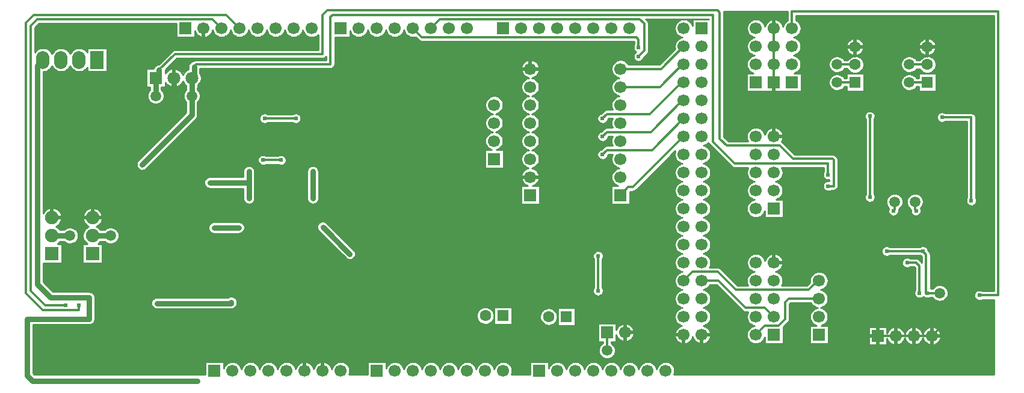
<source format=gbr>
G04 DipTrace 2.4.0.2*
%INBottom.gbr*%
%MOIN*%
%ADD14C,0.03*%
%ADD16C,0.013*%
%ADD19C,0.01*%
%ADD20C,0.02*%
%ADD34R,0.0669X0.0669*%
%ADD35C,0.0669*%
%ADD36R,0.0709X0.0709*%
%ADD37C,0.0709*%
%ADD38R,0.063X0.063*%
%ADD39C,0.063*%
%ADD40R,0.0748X0.0984*%
%ADD41O,0.0748X0.0984*%
%ADD45R,0.0748X0.0748*%
%ADD46C,0.0748*%
%ADD50C,0.0591*%
%ADD59C,0.024*%
%FSLAX44Y44*%
G04*
G70*
G90*
G75*
G01*
%LNBottom*%
%LPD*%
X1500Y18250D2*
D14*
X1187Y17937D1*
Y5812D1*
X1937Y5062D1*
X4062D1*
Y3875D1*
X625D1*
Y750D1*
X937Y437D1*
X10062D1*
X32253Y5438D2*
D16*
Y7376D1*
X7750Y17250D2*
D14*
Y16250D1*
X45005Y11250D2*
D16*
X45312D1*
Y12688D1*
X45249Y12751D1*
X43067D1*
X42318Y13500D1*
X39381D1*
X39000Y13881D1*
Y20875D1*
X38875Y21000D1*
X17250D1*
X17000Y20750D1*
Y18563D1*
X8812D1*
X7937Y17688D1*
D14*
Y17437D1*
X7750Y17250D1*
X53375Y5187D2*
D16*
X54437D1*
Y20937D1*
X43000D1*
Y20000D1*
X9750Y17250D2*
D14*
Y16250D1*
X45005Y11876D2*
D16*
Y12500D1*
X39818D1*
X38625Y13693D1*
Y20750D1*
X17562D1*
X17437Y20625D1*
Y18000D1*
X10000D1*
X9875Y17875D1*
D14*
Y17375D1*
X9750Y17250D1*
X11937Y4812D2*
Y4750D1*
X7813D1*
X7000Y12438D2*
X9750Y15188D1*
Y16250D1*
X38000Y6000D2*
D16*
X38937D1*
X40437Y4500D1*
X41500D1*
X42000Y4000D1*
X44500Y6000D2*
Y6063D1*
X43937Y5500D1*
X39875D1*
X38875Y6500D1*
X37500D1*
X37000Y6000D1*
X48687Y10375D2*
Y9937D1*
X48625Y9875D1*
X49812Y10375D2*
Y9938D1*
X49875Y9875D1*
X47500Y7937D2*
X51000D1*
X51187Y4437D2*
Y3375D1*
X50750Y2937D1*
X47750D2*
X48750D1*
X49750D1*
X50750D1*
X48937Y9375D2*
X48875Y9437D1*
X42000Y20000D2*
Y19000D1*
Y18000D1*
Y17000D1*
X8750Y17250D2*
D14*
Y16250D1*
X31628Y8938D2*
D16*
X28628D1*
X31628D2*
X34004D1*
Y7876D1*
X34254Y7626D1*
X11400Y20000D2*
X10900Y20500D1*
X1187D1*
X812Y20125D1*
Y5438D1*
X1625Y4625D1*
X2750D1*
X2000Y8500D2*
D14*
X3000D1*
X34504Y18439D2*
D16*
X34816Y18752D1*
Y20252D1*
X34566Y20502D1*
X23502D1*
X23000Y20000D1*
X34504Y18939D2*
Y19377D1*
X34379Y19502D1*
X22498D1*
X22000Y20000D1*
X13687Y12687D2*
X14688D1*
X50062Y5312D2*
Y6813D1*
X49875Y7000D1*
X49375D1*
X10984Y8937D2*
D14*
X12362D1*
X17008Y8976D2*
X18504Y7480D1*
X13780Y15000D2*
D16*
X15512D1*
X12913Y10564D2*
D14*
Y11437D1*
Y12060D1*
Y11437D2*
X10750D1*
X16457Y12060D2*
Y10564D1*
X12400Y20000D2*
D16*
X11650Y20750D1*
X1000D1*
X562Y20312D1*
Y5313D1*
X1500Y4375D1*
X3500D1*
Y4625D1*
X5250Y8500D2*
D14*
X4250D1*
X44500Y5000D2*
D16*
X42812D1*
X42625Y4813D1*
Y3875D1*
X42250Y3500D1*
X41500D1*
X41000Y3000D1*
X32750Y3125D2*
Y2125D1*
X48250Y7638D2*
X50250D1*
X50500Y5313D2*
X50437D1*
Y7450D1*
X50250Y7638D1*
X51187Y5312D2*
X50500Y5313D1*
X45500Y17000D2*
X46500D1*
X47317Y10626D2*
Y15125D1*
X46500Y17984D2*
X46484Y18000D1*
X45500D1*
X49500Y17000D2*
X50500D1*
X52937Y10437D2*
Y15063D1*
X51312D1*
X49500Y18000D2*
X49516Y17984D1*
X50500D1*
X33500Y17750D2*
X35750D1*
X37000Y19000D1*
X33500Y10750D2*
X33937Y11187D1*
X34187D1*
X37000Y14000D1*
X32500Y13000D2*
X32750Y13250D1*
X35250D1*
X37000Y15000D1*
X32500Y14000D2*
X32750Y14250D1*
X35190D1*
X36940Y16000D1*
X37000D1*
X32500Y15000D2*
X32750Y15250D1*
X35127D1*
X36877Y17000D1*
X37000D1*
X33500Y16750D2*
X35688D1*
X36937Y18000D1*
X37000D1*
D59*
X10062Y437D3*
X32253Y5438D3*
Y7376D3*
X45005Y11250D3*
X53375Y5187D3*
X45005Y11876D3*
X11937Y4812D3*
X7813Y4750D3*
X7000Y12438D3*
X48625Y9875D3*
X49875D3*
X47500Y7937D3*
X51000D3*
X48937Y9375D3*
X31628Y8938D3*
X28628D3*
X34254Y7626D3*
X31628Y8938D3*
X2750Y4625D3*
X34504Y18439D3*
Y18939D3*
X13687Y12687D3*
X14688D3*
X50062Y5312D3*
X49375Y7000D3*
X10984Y8937D3*
X12362D3*
X17008Y8976D3*
X18504Y7480D3*
X13780Y15000D3*
X15512D3*
X12913Y10564D3*
Y12060D3*
X10750Y11437D3*
X16457Y12060D3*
Y10564D3*
X3500Y4625D3*
X48250Y7638D3*
X50250D3*
X50500Y5313D3*
D3*
X47317Y10626D3*
Y15125D3*
X52937Y10437D3*
X51312Y15063D3*
X32500Y13000D3*
Y14000D3*
Y15000D3*
X23625Y17437D3*
Y16937D3*
Y16437D3*
X24125Y17437D3*
X23625Y15937D3*
Y15437D3*
Y14937D3*
Y14437D3*
Y13937D3*
Y13437D3*
Y12937D3*
Y12437D3*
Y11937D3*
Y11437D3*
Y10937D3*
Y10437D3*
Y9937D3*
Y9437D3*
Y8937D3*
Y8437D3*
Y7937D3*
Y7437D3*
Y6937D3*
Y6437D3*
Y5937D3*
Y5437D3*
Y4937D3*
Y4437D3*
Y3937D3*
Y3437D3*
X24125Y17937D3*
Y16937D3*
Y16437D3*
X13625Y11562D3*
X24125Y15937D3*
Y15437D3*
Y14937D3*
Y14437D3*
Y13937D3*
Y13437D3*
Y12937D3*
Y12437D3*
Y11937D3*
Y11437D3*
Y10937D3*
Y10437D3*
Y9937D3*
Y9437D3*
Y8937D3*
Y8437D3*
Y7937D3*
Y7437D3*
Y6937D3*
X6062Y19937D3*
Y19437D3*
Y18937D3*
Y18437D3*
Y17937D3*
Y17437D3*
Y16937D3*
Y16437D3*
Y15937D3*
Y15437D3*
Y14937D3*
Y14437D3*
Y13937D3*
Y13437D3*
Y12937D3*
Y12437D3*
Y11937D3*
Y11437D3*
Y10937D3*
Y10437D3*
Y9937D3*
Y9437D3*
Y8937D3*
Y8437D3*
Y7937D3*
Y7437D3*
Y6937D3*
Y6437D3*
Y5937D3*
Y5437D3*
Y4937D3*
Y4437D3*
X13625Y11063D3*
X14125Y11562D3*
Y11063D3*
X14625Y11562D3*
Y11063D3*
X15125Y11562D3*
Y11063D3*
X15625Y11562D3*
X24125Y6437D3*
Y5937D3*
Y5437D3*
Y4937D3*
Y4437D3*
Y3937D3*
Y3437D3*
X24625Y17937D3*
Y17437D3*
Y16937D3*
Y16437D3*
Y15937D3*
Y15437D3*
Y14937D3*
Y14437D3*
Y13937D3*
Y13437D3*
Y12937D3*
Y12437D3*
Y11937D3*
Y11437D3*
Y10937D3*
X43062Y11938D3*
Y11438D3*
Y10938D3*
Y10438D3*
Y9938D3*
Y9438D3*
Y8938D3*
Y8438D3*
Y7938D3*
Y7438D3*
X43562Y11938D3*
X24625Y10437D3*
X43562Y11438D3*
X25062Y2000D3*
X25562D3*
X26062D3*
X26562D3*
X27062D3*
X27562D3*
X28062D3*
X28562D3*
X29062D3*
X29562D3*
X30062D3*
X30562D3*
X31062D3*
X31562D3*
X32062D3*
X24625Y9937D3*
X33562Y2000D3*
X34062D3*
X34562D3*
X35062D3*
X35562D3*
X36062D3*
X36562D3*
X37062D3*
X37562D3*
X15625Y11063D3*
X11000Y4125D3*
Y3625D3*
X11500Y4125D3*
Y3625D3*
X24625Y9437D3*
X43562Y10938D3*
Y10438D3*
Y9938D3*
X6625Y18938D3*
X12000Y4125D3*
X7125Y18938D3*
X12000Y3625D3*
X7625Y18938D3*
X12500Y4125D3*
X8125Y18938D3*
X12500Y3625D3*
X8625Y18938D3*
X13000Y4125D3*
X9125Y18938D3*
X13000Y3625D3*
X9625Y18938D3*
X13500Y4125D3*
X10125Y18938D3*
X13500Y3625D3*
X10625Y18938D3*
X14000Y4125D3*
X11125Y18938D3*
X14000Y3625D3*
X11625Y18938D3*
X14500Y4125D3*
X12125Y18938D3*
X49687Y4125D3*
X12625Y18938D3*
X14500Y3625D3*
X13125Y18938D3*
X7687Y9437D3*
X13625Y18938D3*
X7687Y8937D3*
X14125Y18938D3*
X7687Y8437D3*
X14625Y18938D3*
X7687Y7937D3*
X15125Y18938D3*
X7687Y7437D3*
X15625Y18938D3*
X7687Y6937D3*
X16125Y18938D3*
X7687Y6437D3*
X16625Y18938D3*
X7687Y5937D3*
X53375Y20187D3*
Y19687D3*
Y19187D3*
Y18687D3*
X18125Y18938D3*
X21625Y9937D3*
X18625Y18938D3*
X21625Y9438D3*
X19125Y18938D3*
Y18438D3*
X19625Y18938D3*
Y18438D3*
X20125Y18938D3*
Y18438D3*
X20625Y18938D3*
Y18438D3*
X21125Y18938D3*
Y18438D3*
X21625Y18938D3*
Y18438D3*
X22125Y18938D3*
Y18438D3*
X22625Y18938D3*
Y18438D3*
X23125Y18938D3*
Y18438D3*
X21625Y8937D3*
Y8437D3*
X24125Y18938D3*
Y18438D3*
X24625Y18938D3*
Y18438D3*
X25125Y18938D3*
Y18438D3*
X25625Y18938D3*
Y18438D3*
X26125Y18938D3*
Y18438D3*
X26625Y18938D3*
Y18438D3*
X27125Y18938D3*
Y18438D3*
X27625Y18938D3*
Y18438D3*
X28125Y18938D3*
Y18438D3*
X28625Y18938D3*
Y18438D3*
X29125Y18938D3*
Y18438D3*
X29625Y18938D3*
Y18438D3*
X30125Y18938D3*
Y18438D3*
X53375Y18187D3*
Y17687D3*
Y17187D3*
Y16687D3*
Y16187D3*
Y15687D3*
Y15187D3*
Y14687D3*
Y14187D3*
Y13687D3*
Y13187D3*
Y12687D3*
Y12187D3*
Y11687D3*
Y11187D3*
Y10687D3*
Y10187D3*
Y9687D3*
Y9187D3*
Y8687D3*
Y8187D3*
Y7687D3*
Y7187D3*
Y6687D3*
Y6187D3*
Y5687D3*
Y4687D3*
Y4187D3*
X52255Y11189D3*
X53375Y3687D3*
Y3187D3*
Y2687D3*
Y2187D3*
Y1687D3*
Y1187D3*
X53875Y20187D3*
Y19687D3*
Y19187D3*
Y18687D3*
Y18187D3*
Y17687D3*
Y17187D3*
Y16687D3*
Y16187D3*
Y15687D3*
Y15187D3*
Y14687D3*
Y14187D3*
Y13687D3*
Y13187D3*
Y12687D3*
Y12187D3*
Y11687D3*
Y11187D3*
Y10687D3*
Y10187D3*
Y9687D3*
Y9187D3*
Y8687D3*
Y8187D3*
Y7687D3*
Y7187D3*
Y6687D3*
Y6187D3*
Y5687D3*
Y4687D3*
Y4187D3*
X52255Y10689D3*
X53875Y3687D3*
Y3187D3*
Y2687D3*
Y2187D3*
Y1687D3*
Y1187D3*
X36062Y10500D3*
Y10000D3*
Y9500D3*
Y9000D3*
Y8500D3*
Y8000D3*
Y7500D3*
Y7000D3*
Y6500D3*
Y6000D3*
Y5500D3*
Y5000D3*
Y4500D3*
Y4000D3*
Y3500D3*
Y3000D3*
Y2500D3*
X43562Y9438D3*
Y8938D3*
Y8438D3*
Y7938D3*
Y7438D3*
X44062Y11938D3*
Y11438D3*
Y10938D3*
Y10438D3*
Y9938D3*
Y9438D3*
Y8938D3*
Y8438D3*
Y7938D3*
Y7438D3*
X44562Y11938D3*
Y11437D3*
Y10938D3*
Y10438D3*
Y9938D3*
Y9438D3*
Y8938D3*
Y8438D3*
Y7938D3*
Y7437D3*
X24625Y8937D3*
Y8437D3*
Y7937D3*
Y7437D3*
Y6937D3*
Y6437D3*
Y5937D3*
Y5437D3*
X37062Y1000D3*
X37562D3*
X38062D3*
X38562D3*
X39062D3*
X39562D3*
X40062D3*
X40562D3*
X41062D3*
X41562D3*
X42062D3*
X42562D3*
X43062D3*
X43562D3*
X44062D3*
X44562D3*
X45062D3*
X45562D3*
X46062D3*
X46562D3*
X47062D3*
X47562D3*
X48062D3*
X48562D3*
X49062D3*
X43875Y19687D3*
X50062Y1000D3*
X50562D3*
X51062D3*
X51562D3*
X52062D3*
X52562D3*
X53062D3*
X44875Y20187D3*
X45375D3*
X45875D3*
X46375D3*
X46875D3*
X47375D3*
X47875D3*
X48375D3*
X48875D3*
X49375D3*
X49875D3*
X50375D3*
X50875D3*
X51375D3*
X51875D3*
X52375D3*
X52875D3*
X24625Y4937D3*
Y4437D3*
Y3937D3*
Y3437D3*
X21625Y7937D3*
Y7437D3*
Y6937D3*
Y6437D3*
Y5937D3*
X27750Y9938D3*
X28250D3*
X28750D3*
X29250D3*
X49687Y4625D3*
X29750Y9938D3*
X30250D3*
X49562Y1000D3*
X30750Y9938D3*
X31250D3*
X46250Y8062D3*
X31750Y9938D3*
X46250Y7562D3*
X32250Y9938D3*
X46250Y7062D3*
X32750Y9938D3*
X46250Y6562D3*
X33250Y9938D3*
X47687Y4125D3*
X33750Y9938D3*
X48187Y4125D3*
X31000Y18938D3*
Y18438D3*
X31500Y18938D3*
Y18438D3*
X32000Y18938D3*
Y18438D3*
X32500Y18938D3*
Y18438D3*
X33000Y18938D3*
Y18438D3*
X33500Y18938D3*
Y18438D3*
X34000Y18938D3*
Y18438D3*
X8438Y2437D3*
X8938D3*
X9438D3*
X9938D3*
X10438D3*
X10938D3*
X11438D3*
X11938D3*
X12437D3*
X12938D3*
X13437D3*
X13938D3*
X14437D3*
X14937D3*
X15437D3*
X15937D3*
X16437D3*
X16937D3*
X17437D3*
X17938D3*
X18438D3*
X48687Y4125D3*
X49187D3*
X46750Y8062D3*
Y7562D3*
Y7062D3*
Y6562D3*
X47687Y4625D3*
X48187D3*
X48687D3*
X49187D3*
X51500Y8062D3*
Y7562D3*
X46250Y6062D3*
X45687Y4125D3*
X46187D3*
X46687D3*
X47187D3*
X52000Y8062D3*
Y7562D3*
X46750Y6062D3*
X45687Y4625D3*
X46187D3*
X46687D3*
X47187D3*
X43875Y20187D3*
Y19187D3*
Y18687D3*
Y18187D3*
Y17687D3*
Y17187D3*
Y16687D3*
Y16187D3*
Y15687D3*
Y15187D3*
Y14687D3*
Y14187D3*
X44375Y20187D3*
Y19687D3*
Y19187D3*
Y18687D3*
Y18187D3*
Y17687D3*
Y17187D3*
Y16687D3*
Y16187D3*
Y15687D3*
Y15187D3*
Y14687D3*
Y14187D3*
X49000Y16063D3*
Y15563D3*
Y15063D3*
Y14562D3*
Y14063D3*
Y13563D3*
X49500Y16063D3*
Y15563D3*
Y15063D3*
Y14562D3*
Y14063D3*
Y13563D3*
X52250Y12688D3*
Y12188D3*
Y11688D3*
X11125Y6562D3*
Y6062D3*
Y5562D3*
X17562Y13625D3*
X18062D3*
X18562D3*
X19062D3*
X11625Y16625D3*
Y16125D3*
X12125Y16625D3*
Y16125D3*
X12625Y16625D3*
Y16125D3*
X13125Y16625D3*
Y16125D3*
X13625Y16625D3*
Y16125D3*
X14125Y16625D3*
Y16125D3*
X14625Y16625D3*
Y16125D3*
X15125Y16625D3*
Y16125D3*
X15625Y16625D3*
Y16125D3*
X16125Y16625D3*
Y16125D3*
X16625Y16625D3*
Y16125D3*
X17125Y16625D3*
Y16125D3*
X17625Y16625D3*
Y16125D3*
X39248Y20851D2*
D19*
X42752D1*
X39248Y20753D2*
X42752D1*
X39248Y20654D2*
X42752D1*
X43248D2*
X54189D1*
X39248Y20555D2*
X42752D1*
X43248D2*
X54189D1*
X34959Y20457D2*
X36766D1*
X37234D2*
X37481D1*
X39248D2*
X40766D1*
X41234D2*
X41766D1*
X42234D2*
X42752D1*
X43248D2*
X54189D1*
X35040Y20358D2*
X36628D1*
X37372D2*
X37481D1*
X39248D2*
X40628D1*
X41372D2*
X41628D1*
X42372D2*
X42628D1*
X43372D2*
X54189D1*
X1295Y20259D2*
X8881D1*
X35065D2*
X36552D1*
X39248D2*
X40552D1*
X41448D2*
X41552D1*
X42448D2*
X42552D1*
X43448D2*
X54189D1*
X1195Y20160D2*
X8881D1*
X35065D2*
X36508D1*
X39248D2*
X40508D1*
X43492D2*
X54189D1*
X1097Y20062D2*
X8881D1*
X35065D2*
X36485D1*
X39248D2*
X40485D1*
X43515D2*
X54189D1*
X1061Y19963D2*
X8881D1*
X35065D2*
X36483D1*
X39248D2*
X40483D1*
X43517D2*
X54189D1*
X1061Y19864D2*
X8881D1*
X35065D2*
X36500D1*
X39248D2*
X40500D1*
X43500D2*
X54189D1*
X1061Y19766D2*
X8881D1*
X10861D2*
X10938D1*
X11861D2*
X11938D1*
X12861D2*
X12938D1*
X13861D2*
X13938D1*
X14861D2*
X14938D1*
X15861D2*
X15938D1*
X19461D2*
X19538D1*
X20461D2*
X20538D1*
X21461D2*
X21538D1*
X35065D2*
X36539D1*
X39248D2*
X40539D1*
X43461D2*
X54189D1*
X1061Y19667D2*
X8881D1*
X9919D2*
X10006D1*
X10794D2*
X11006D1*
X11794D2*
X12006D1*
X12794D2*
X13006D1*
X13794D2*
X14006D1*
X14794D2*
X15006D1*
X15794D2*
X16006D1*
X18519D2*
X18606D1*
X19394D2*
X19606D1*
X20394D2*
X20606D1*
X21394D2*
X21606D1*
X35065D2*
X36606D1*
X39248D2*
X40606D1*
X43394D2*
X54189D1*
X1061Y19568D2*
X8881D1*
X9919D2*
X10120D1*
X10680D2*
X11120D1*
X11680D2*
X12120D1*
X12680D2*
X13120D1*
X13680D2*
X14120D1*
X14680D2*
X15120D1*
X15680D2*
X16120D1*
X16680D2*
X16752D1*
X18519D2*
X18720D1*
X19280D2*
X19720D1*
X20280D2*
X20720D1*
X21280D2*
X21720D1*
X35065D2*
X36720D1*
X39248D2*
X40720D1*
X43280D2*
X54189D1*
X1061Y19470D2*
X16752D1*
X17686D2*
X22183D1*
X35065D2*
X36795D1*
X39248D2*
X40795D1*
X43205D2*
X54189D1*
X1061Y19371D2*
X16752D1*
X17686D2*
X22281D1*
X35065D2*
X36642D1*
X39248D2*
X40642D1*
X43358D2*
X46213D1*
X46787D2*
X50213D1*
X50787D2*
X54189D1*
X1061Y19272D2*
X16752D1*
X17686D2*
X22422D1*
X35065D2*
X36561D1*
X39248D2*
X40561D1*
X43439D2*
X46106D1*
X46894D2*
X50106D1*
X50894D2*
X54189D1*
X1061Y19174D2*
X16752D1*
X17686D2*
X34255D1*
X35065D2*
X36513D1*
X39248D2*
X40513D1*
X43487D2*
X46047D1*
X46955D2*
X50047D1*
X50953D2*
X54189D1*
X1061Y19075D2*
X16752D1*
X17686D2*
X34233D1*
X35065D2*
X36488D1*
X39248D2*
X40488D1*
X43512D2*
X46013D1*
X46987D2*
X50013D1*
X50987D2*
X54189D1*
X1061Y18976D2*
X16752D1*
X17686D2*
X34202D1*
X35065D2*
X36481D1*
X39248D2*
X40481D1*
X43519D2*
X46002D1*
X46998D2*
X50002D1*
X50998D2*
X54189D1*
X1061Y18878D2*
X1288D1*
X1712D2*
X2288D1*
X2712D2*
X3288D1*
X3712D2*
X3942D1*
X5058D2*
X16752D1*
X17686D2*
X34206D1*
X35065D2*
X36497D1*
X39248D2*
X40497D1*
X43503D2*
X46010D1*
X46990D2*
X50010D1*
X50990D2*
X54189D1*
X1061Y18779D2*
X1126D1*
X1873D2*
X2127D1*
X2873D2*
X3127D1*
X3873D2*
X3942D1*
X5058D2*
X8702D1*
X17686D2*
X34247D1*
X35065D2*
X36431D1*
X39248D2*
X40531D1*
X43469D2*
X46039D1*
X46961D2*
X50039D1*
X50961D2*
X54189D1*
X1961Y18680D2*
X2038D1*
X2961D2*
X3038D1*
X5058D2*
X8583D1*
X17686D2*
X34325D1*
X35055D2*
X36333D1*
X39248D2*
X40594D1*
X43406D2*
X46095D1*
X46905D2*
X50095D1*
X50905D2*
X54189D1*
X5058Y18581D2*
X8483D1*
X17686D2*
X34236D1*
X34994D2*
X36233D1*
X39248D2*
X40702D1*
X43298D2*
X46191D1*
X46809D2*
X50191D1*
X50809D2*
X54189D1*
X5058Y18483D2*
X8385D1*
X17686D2*
X34203D1*
X34895D2*
X36135D1*
X39248D2*
X40830D1*
X43170D2*
X46435D1*
X46565D2*
X50435D1*
X50565D2*
X54189D1*
X5058Y18384D2*
X8286D1*
X17686D2*
X34205D1*
X34803D2*
X36036D1*
X39248D2*
X40656D1*
X43344D2*
X45220D1*
X45780D2*
X46210D1*
X46790D2*
X49220D1*
X49780D2*
X50210D1*
X50790D2*
X54189D1*
X5058Y18285D2*
X8188D1*
X8883D2*
X17189D1*
X17686D2*
X34244D1*
X34764D2*
X35938D1*
X39248D2*
X40569D1*
X43431D2*
X45117D1*
X45883D2*
X46105D1*
X46895D2*
X49117D1*
X49883D2*
X50105D1*
X50895D2*
X54189D1*
X5058Y18187D2*
X8089D1*
X8784D2*
X9777D1*
X17686D2*
X28230D1*
X28770D2*
X33230D1*
X33770D2*
X34344D1*
X34664D2*
X35839D1*
X39248D2*
X40517D1*
X43483D2*
X45060D1*
X46955D2*
X49060D1*
X50955D2*
X54189D1*
X5058Y18088D2*
X7991D1*
X8686D2*
X9620D1*
X17686D2*
X28110D1*
X28890D2*
X33110D1*
X33890D2*
X35741D1*
X39248D2*
X40489D1*
X43511D2*
X45030D1*
X46987D2*
X49030D1*
X50987D2*
X54189D1*
X5058Y17989D2*
X7810D1*
X8587D2*
X9563D1*
X17686D2*
X28041D1*
X28959D2*
X33041D1*
X33959D2*
X35642D1*
X39248D2*
X40481D1*
X43519D2*
X45020D1*
X46998D2*
X49020D1*
X50998D2*
X54189D1*
X5058Y17891D2*
X7675D1*
X8489D2*
X9541D1*
X17659D2*
X28002D1*
X28998D2*
X33002D1*
X39248D2*
X40494D1*
X43506D2*
X45035D1*
X46990D2*
X49035D1*
X50990D2*
X54189D1*
X1940Y17792D2*
X2060D1*
X2940D2*
X3060D1*
X5058D2*
X7620D1*
X8390D2*
X9541D1*
X17565D2*
X27983D1*
X29017D2*
X32983D1*
X39248D2*
X40527D1*
X43473D2*
X45069D1*
X46959D2*
X49069D1*
X50959D2*
X54189D1*
X1839Y17693D2*
X2161D1*
X2839D2*
X3161D1*
X3839D2*
X3942D1*
X5058D2*
X7211D1*
X8290D2*
X8453D1*
X9047D2*
X9453D1*
X10209D2*
X27985D1*
X29015D2*
X32985D1*
X39248D2*
X40585D1*
X43415D2*
X45135D1*
X45865D2*
X46097D1*
X46903D2*
X49135D1*
X49865D2*
X50097D1*
X50903D2*
X54189D1*
X1617Y17595D2*
X2383D1*
X2617D2*
X3383D1*
X3617D2*
X3942D1*
X5058D2*
X7211D1*
X9161D2*
X9339D1*
X10209D2*
X28006D1*
X28994D2*
X33006D1*
X39248D2*
X40683D1*
X43317D2*
X45253D1*
X45747D2*
X46195D1*
X46805D2*
X49253D1*
X49747D2*
X50195D1*
X50805D2*
X54189D1*
X1522Y17496D2*
X7211D1*
X10228D2*
X28050D1*
X28950D2*
X33050D1*
X39248D2*
X40481D1*
X43519D2*
X46467D1*
X46532D2*
X50467D1*
X50532D2*
X54189D1*
X1522Y17397D2*
X7211D1*
X10267D2*
X28124D1*
X28876D2*
X33124D1*
X39248D2*
X40481D1*
X43519D2*
X45241D1*
X45759D2*
X46002D1*
X46998D2*
X49241D1*
X49759D2*
X50002D1*
X50998D2*
X54189D1*
X1522Y17299D2*
X7211D1*
X10286D2*
X28256D1*
X28744D2*
X33256D1*
X39248D2*
X40481D1*
X43519D2*
X45128D1*
X45872D2*
X46002D1*
X46998D2*
X49128D1*
X49872D2*
X50002D1*
X50998D2*
X54189D1*
X1522Y17200D2*
X7211D1*
X10286D2*
X28253D1*
X28747D2*
X33253D1*
X39248D2*
X40481D1*
X43519D2*
X45066D1*
X46998D2*
X49066D1*
X50998D2*
X54189D1*
X1522Y17101D2*
X7211D1*
X10267D2*
X28122D1*
X28878D2*
X33122D1*
X39248D2*
X40481D1*
X43519D2*
X45031D1*
X46998D2*
X49031D1*
X50998D2*
X54189D1*
X1522Y17002D2*
X7211D1*
X10226D2*
X28049D1*
X28951D2*
X33049D1*
X39248D2*
X40481D1*
X43519D2*
X45020D1*
X46998D2*
X49020D1*
X50998D2*
X54189D1*
X1522Y16904D2*
X7211D1*
X8289D2*
X8341D1*
X9159D2*
X9341D1*
X10159D2*
X28005D1*
X28995D2*
X33005D1*
X39248D2*
X40481D1*
X43519D2*
X45031D1*
X46998D2*
X49031D1*
X50998D2*
X54189D1*
X1522Y16805D2*
X7211D1*
X8289D2*
X8455D1*
X9045D2*
X9416D1*
X10084D2*
X27985D1*
X29015D2*
X32985D1*
X39248D2*
X40481D1*
X43519D2*
X45063D1*
X46998D2*
X49063D1*
X50998D2*
X54189D1*
X1522Y16706D2*
X7416D1*
X8084D2*
X9416D1*
X10084D2*
X27983D1*
X29017D2*
X32983D1*
X39248D2*
X40481D1*
X43519D2*
X45124D1*
X45876D2*
X46002D1*
X46998D2*
X49124D1*
X49876D2*
X50002D1*
X50998D2*
X54189D1*
X1522Y16608D2*
X7416D1*
X8084D2*
X9416D1*
X10084D2*
X28002D1*
X28998D2*
X33002D1*
X39248D2*
X40481D1*
X43519D2*
X45233D1*
X45767D2*
X46002D1*
X46998D2*
X49233D1*
X49767D2*
X50002D1*
X50998D2*
X54189D1*
X1522Y16509D2*
X7349D1*
X8151D2*
X9349D1*
X10151D2*
X28042D1*
X28958D2*
X33042D1*
X39248D2*
X40481D1*
X43519D2*
X54189D1*
X1522Y16410D2*
X7299D1*
X8201D2*
X9299D1*
X10201D2*
X28111D1*
X28889D2*
X33111D1*
X39248D2*
X54189D1*
X1522Y16312D2*
X7275D1*
X8225D2*
X9275D1*
X10225D2*
X28233D1*
X28767D2*
X33233D1*
X39248D2*
X54189D1*
X1522Y16213D2*
X7272D1*
X8228D2*
X9272D1*
X10228D2*
X26280D1*
X26720D2*
X28280D1*
X28720D2*
X33280D1*
X39248D2*
X54189D1*
X1522Y16114D2*
X7291D1*
X8209D2*
X9291D1*
X10209D2*
X26135D1*
X26865D2*
X28135D1*
X28865D2*
X33135D1*
X39248D2*
X54189D1*
X1522Y16016D2*
X7333D1*
X8167D2*
X9333D1*
X10167D2*
X26056D1*
X26944D2*
X28056D1*
X28944D2*
X33056D1*
X39248D2*
X54189D1*
X1522Y15917D2*
X7410D1*
X8090D2*
X9410D1*
X10090D2*
X26010D1*
X26990D2*
X28010D1*
X28990D2*
X33010D1*
X39248D2*
X54189D1*
X1522Y15818D2*
X7556D1*
X7944D2*
X9416D1*
X10084D2*
X25986D1*
X27014D2*
X27986D1*
X29014D2*
X32986D1*
X39248D2*
X54189D1*
X1522Y15720D2*
X9416D1*
X10084D2*
X25983D1*
X27017D2*
X27983D1*
X29017D2*
X32983D1*
X39248D2*
X54189D1*
X1522Y15621D2*
X9416D1*
X10084D2*
X25999D1*
X27001D2*
X27999D1*
X29001D2*
X32999D1*
X39248D2*
X54189D1*
X1522Y15522D2*
X9416D1*
X10084D2*
X26036D1*
X26964D2*
X28036D1*
X28964D2*
X33036D1*
X39248D2*
X54189D1*
X1522Y15423D2*
X9416D1*
X10084D2*
X26100D1*
X26900D2*
X28100D1*
X28900D2*
X32575D1*
X39248D2*
X54189D1*
X1522Y15325D2*
X9416D1*
X10084D2*
X26211D1*
X26789D2*
X28211D1*
X28789D2*
X32477D1*
X39248D2*
X47092D1*
X47544D2*
X51170D1*
X51455D2*
X54189D1*
X1522Y15226D2*
X9320D1*
X10084D2*
X13581D1*
X15709D2*
X26311D1*
X26689D2*
X28311D1*
X28689D2*
X32302D1*
X39248D2*
X47031D1*
X47603D2*
X51058D1*
X53122D2*
X54189D1*
X1522Y15127D2*
X9222D1*
X10078D2*
X13505D1*
X15787D2*
X26149D1*
X26851D2*
X28149D1*
X28851D2*
X32225D1*
X39248D2*
X47014D1*
X47622D2*
X51016D1*
X53178D2*
X54189D1*
X1522Y15029D2*
X9124D1*
X10042D2*
X13477D1*
X15814D2*
X26064D1*
X26936D2*
X28064D1*
X28936D2*
X32197D1*
X39248D2*
X47030D1*
X47605D2*
X51011D1*
X53186D2*
X54189D1*
X1522Y14930D2*
X9025D1*
X9961D2*
X13485D1*
X15808D2*
X26014D1*
X26986D2*
X28014D1*
X28986D2*
X32205D1*
X32795D2*
X33014D1*
X39248D2*
X47069D1*
X47567D2*
X51041D1*
X53186D2*
X54189D1*
X1522Y14831D2*
X8925D1*
X9862D2*
X13528D1*
X15762D2*
X25988D1*
X27012D2*
X27988D1*
X29012D2*
X32249D1*
X32751D2*
X32988D1*
X39248D2*
X47069D1*
X47567D2*
X51120D1*
X53186D2*
X54189D1*
X1522Y14733D2*
X8827D1*
X9764D2*
X13647D1*
X13912D2*
X15380D1*
X15644D2*
X25981D1*
X27019D2*
X27981D1*
X29019D2*
X32367D1*
X32633D2*
X32981D1*
X39248D2*
X47069D1*
X47567D2*
X52689D1*
X53186D2*
X54189D1*
X1522Y14634D2*
X8728D1*
X9664D2*
X25995D1*
X27005D2*
X27995D1*
X29005D2*
X32995D1*
X39248D2*
X47069D1*
X47567D2*
X52689D1*
X53186D2*
X54189D1*
X1522Y14535D2*
X8630D1*
X9565D2*
X26030D1*
X26970D2*
X28030D1*
X28970D2*
X33030D1*
X39248D2*
X47069D1*
X47567D2*
X52689D1*
X53186D2*
X54189D1*
X1522Y14437D2*
X8531D1*
X9467D2*
X26089D1*
X26911D2*
X28089D1*
X28911D2*
X32591D1*
X39248D2*
X40730D1*
X41270D2*
X41730D1*
X42270D2*
X47069D1*
X47567D2*
X52689D1*
X53186D2*
X54189D1*
X1522Y14338D2*
X8433D1*
X9369D2*
X26192D1*
X26808D2*
X28192D1*
X28808D2*
X32491D1*
X39248D2*
X40610D1*
X41390D2*
X41610D1*
X42390D2*
X47069D1*
X47567D2*
X52689D1*
X53186D2*
X54189D1*
X1522Y14239D2*
X8333D1*
X9270D2*
X26350D1*
X26650D2*
X28350D1*
X28650D2*
X32319D1*
X39248D2*
X40541D1*
X41459D2*
X41541D1*
X42459D2*
X47069D1*
X47567D2*
X52689D1*
X53186D2*
X54189D1*
X1522Y14141D2*
X8235D1*
X9172D2*
X26164D1*
X26836D2*
X28164D1*
X28836D2*
X32231D1*
X39248D2*
X40502D1*
X42498D2*
X47069D1*
X47567D2*
X52689D1*
X53186D2*
X54189D1*
X1522Y14042D2*
X8136D1*
X9072D2*
X26074D1*
X26926D2*
X28074D1*
X28926D2*
X32199D1*
X39248D2*
X40483D1*
X42517D2*
X47069D1*
X47567D2*
X52689D1*
X53186D2*
X54189D1*
X1522Y13943D2*
X8038D1*
X8973D2*
X26019D1*
X26981D2*
X28019D1*
X28981D2*
X32202D1*
X32798D2*
X33019D1*
X39286D2*
X40485D1*
X42515D2*
X47069D1*
X47567D2*
X52689D1*
X53186D2*
X54189D1*
X1522Y13844D2*
X7939D1*
X8875D2*
X25991D1*
X27009D2*
X27991D1*
X29009D2*
X32241D1*
X32759D2*
X32991D1*
X39384D2*
X40506D1*
X42494D2*
X47069D1*
X47567D2*
X52689D1*
X53186D2*
X54189D1*
X1522Y13746D2*
X7841D1*
X8776D2*
X25981D1*
X27019D2*
X27981D1*
X29019D2*
X32342D1*
X32658D2*
X32981D1*
X39483D2*
X40550D1*
X42450D2*
X47069D1*
X47567D2*
X52689D1*
X53186D2*
X54189D1*
X1522Y13647D2*
X7742D1*
X8678D2*
X25992D1*
X27008D2*
X27992D1*
X29008D2*
X32992D1*
X42519D2*
X47069D1*
X47567D2*
X52689D1*
X53186D2*
X54189D1*
X1522Y13548D2*
X7642D1*
X8580D2*
X26024D1*
X26976D2*
X28024D1*
X28976D2*
X33024D1*
X38244D2*
X38425D1*
X42617D2*
X47069D1*
X47567D2*
X52689D1*
X53186D2*
X54189D1*
X1522Y13450D2*
X7544D1*
X8480D2*
X26080D1*
X26920D2*
X28080D1*
X28920D2*
X32610D1*
X38247D2*
X38520D1*
X42717D2*
X47069D1*
X47567D2*
X52689D1*
X53186D2*
X54189D1*
X1522Y13351D2*
X7445D1*
X8381D2*
X26175D1*
X26825D2*
X28175D1*
X28825D2*
X32503D1*
X38378D2*
X38619D1*
X42815D2*
X47069D1*
X47567D2*
X52689D1*
X53186D2*
X54189D1*
X1522Y13252D2*
X7347D1*
X8283D2*
X25981D1*
X27019D2*
X28386D1*
X28614D2*
X32339D1*
X38451D2*
X38717D1*
X42914D2*
X47069D1*
X47567D2*
X52689D1*
X53186D2*
X54189D1*
X1522Y13154D2*
X7249D1*
X8184D2*
X25981D1*
X27019D2*
X28180D1*
X28820D2*
X32239D1*
X38495D2*
X38816D1*
X43012D2*
X47069D1*
X47567D2*
X52689D1*
X53186D2*
X54189D1*
X1522Y13055D2*
X7150D1*
X8086D2*
X25981D1*
X27019D2*
X28083D1*
X28917D2*
X32202D1*
X36403D2*
X36485D1*
X38515D2*
X38916D1*
X43111D2*
X47069D1*
X47567D2*
X52689D1*
X53186D2*
X54189D1*
X1522Y12956D2*
X7050D1*
X7987D2*
X13558D1*
X13817D2*
X14558D1*
X14817D2*
X25981D1*
X27019D2*
X28025D1*
X28975D2*
X32199D1*
X32805D2*
X33025D1*
X36305D2*
X36483D1*
X38517D2*
X39014D1*
X45381D2*
X47069D1*
X47567D2*
X52689D1*
X53186D2*
X54189D1*
X1522Y12858D2*
X6952D1*
X7887D2*
X13438D1*
X14937D2*
X25981D1*
X27019D2*
X27992D1*
X29008D2*
X32233D1*
X32767D2*
X32992D1*
X36206D2*
X36502D1*
X38498D2*
X39113D1*
X45490D2*
X47069D1*
X47567D2*
X52689D1*
X53186D2*
X54189D1*
X1522Y12759D2*
X6853D1*
X7789D2*
X13392D1*
X14983D2*
X25981D1*
X27019D2*
X27981D1*
X29019D2*
X32322D1*
X32678D2*
X32981D1*
X36106D2*
X36542D1*
X38458D2*
X39211D1*
X45550D2*
X47069D1*
X47567D2*
X52689D1*
X53186D2*
X54189D1*
X1522Y12660D2*
X6755D1*
X7690D2*
X13385D1*
X14990D2*
X25981D1*
X27019D2*
X27989D1*
X29011D2*
X32989D1*
X36008D2*
X36611D1*
X38389D2*
X39310D1*
X45561D2*
X47069D1*
X47567D2*
X52689D1*
X53186D2*
X54189D1*
X1522Y12562D2*
X6691D1*
X7592D2*
X13413D1*
X14962D2*
X25981D1*
X27019D2*
X28017D1*
X28983D2*
X33017D1*
X35909D2*
X36733D1*
X38267D2*
X39408D1*
X45561D2*
X47069D1*
X47567D2*
X52689D1*
X53186D2*
X54189D1*
X1522Y12463D2*
X6667D1*
X7494D2*
X13488D1*
X14887D2*
X25981D1*
X27019D2*
X28070D1*
X28930D2*
X33070D1*
X35811D2*
X36780D1*
X38220D2*
X39508D1*
X45561D2*
X47069D1*
X47567D2*
X52689D1*
X53186D2*
X54189D1*
X1522Y12364D2*
X6675D1*
X7395D2*
X12792D1*
X13034D2*
X16336D1*
X16576D2*
X25981D1*
X27019D2*
X28160D1*
X28840D2*
X33160D1*
X35712D2*
X36635D1*
X38365D2*
X39606D1*
X45561D2*
X47069D1*
X47567D2*
X52689D1*
X53186D2*
X54189D1*
X1522Y12265D2*
X6716D1*
X7297D2*
X12653D1*
X13173D2*
X16197D1*
X16717D2*
X25981D1*
X27019D2*
X28336D1*
X28664D2*
X33336D1*
X35614D2*
X36556D1*
X38444D2*
X39763D1*
X45561D2*
X47069D1*
X47567D2*
X52689D1*
X53186D2*
X54189D1*
X1522Y12167D2*
X6813D1*
X7187D2*
X12597D1*
X13230D2*
X16141D1*
X16772D2*
X28199D1*
X28801D2*
X33199D1*
X35514D2*
X36510D1*
X38490D2*
X40510D1*
X42490D2*
X44756D1*
X45561D2*
X47069D1*
X47567D2*
X52689D1*
X53186D2*
X54189D1*
X1522Y12068D2*
X12580D1*
X13247D2*
X16124D1*
X16790D2*
X28094D1*
X28906D2*
X33094D1*
X35415D2*
X36486D1*
X38514D2*
X40486D1*
X42514D2*
X44756D1*
X45561D2*
X47069D1*
X47567D2*
X52689D1*
X53186D2*
X54189D1*
X1522Y11969D2*
X12580D1*
X13247D2*
X16124D1*
X16790D2*
X28031D1*
X28969D2*
X33031D1*
X35317D2*
X36483D1*
X38517D2*
X40483D1*
X42517D2*
X44716D1*
X45561D2*
X47069D1*
X47567D2*
X52689D1*
X53186D2*
X54189D1*
X1522Y11871D2*
X12580D1*
X13247D2*
X16124D1*
X16790D2*
X27995D1*
X29005D2*
X32995D1*
X35219D2*
X36499D1*
X38501D2*
X40499D1*
X42501D2*
X44700D1*
X45561D2*
X47069D1*
X47567D2*
X52689D1*
X53186D2*
X54189D1*
X1522Y11772D2*
X12580D1*
X13247D2*
X16124D1*
X16790D2*
X27981D1*
X29019D2*
X32981D1*
X35120D2*
X36536D1*
X38464D2*
X40536D1*
X42464D2*
X44720D1*
X45561D2*
X47069D1*
X47567D2*
X52689D1*
X53186D2*
X54189D1*
X1522Y11673D2*
X10517D1*
X13247D2*
X16124D1*
X16790D2*
X27988D1*
X29012D2*
X32988D1*
X35022D2*
X36600D1*
X38400D2*
X40600D1*
X42400D2*
X44781D1*
X45561D2*
X47069D1*
X47567D2*
X52689D1*
X53186D2*
X54189D1*
X1522Y11575D2*
X10447D1*
X13247D2*
X16124D1*
X16790D2*
X28013D1*
X28987D2*
X33013D1*
X34922D2*
X36711D1*
X38289D2*
X40711D1*
X42289D2*
X45064D1*
X45561D2*
X47069D1*
X47567D2*
X52689D1*
X53186D2*
X54189D1*
X1522Y11476D2*
X10419D1*
X13247D2*
X16124D1*
X16790D2*
X28061D1*
X28939D2*
X33061D1*
X34823D2*
X36811D1*
X38189D2*
X40811D1*
X42189D2*
X44806D1*
X45561D2*
X47069D1*
X47567D2*
X52689D1*
X53186D2*
X54189D1*
X1522Y11377D2*
X10422D1*
X13247D2*
X16124D1*
X16790D2*
X28144D1*
X28856D2*
X33144D1*
X34725D2*
X36649D1*
X38351D2*
X40649D1*
X42351D2*
X44730D1*
X45561D2*
X47069D1*
X47567D2*
X52689D1*
X53186D2*
X54189D1*
X1522Y11279D2*
X10458D1*
X13247D2*
X16124D1*
X16790D2*
X28300D1*
X28700D2*
X33300D1*
X34626D2*
X36564D1*
X38436D2*
X40564D1*
X42436D2*
X44702D1*
X45561D2*
X47069D1*
X47567D2*
X52689D1*
X53186D2*
X54189D1*
X1522Y11180D2*
X10544D1*
X13247D2*
X16124D1*
X16790D2*
X27981D1*
X29019D2*
X32981D1*
X34528D2*
X36514D1*
X38486D2*
X40514D1*
X42486D2*
X44710D1*
X45551D2*
X47069D1*
X47567D2*
X52689D1*
X53186D2*
X54189D1*
X1522Y11081D2*
X12580D1*
X13247D2*
X16124D1*
X16790D2*
X27981D1*
X29019D2*
X32981D1*
X34430D2*
X36488D1*
X38512D2*
X40488D1*
X42512D2*
X44753D1*
X45492D2*
X47069D1*
X47567D2*
X52689D1*
X53186D2*
X54189D1*
X1522Y10983D2*
X12580D1*
X13247D2*
X16124D1*
X16790D2*
X27981D1*
X29019D2*
X32981D1*
X34320D2*
X36481D1*
X38519D2*
X40481D1*
X42519D2*
X44872D1*
X45137D2*
X47069D1*
X47567D2*
X52689D1*
X53186D2*
X54189D1*
X1522Y10884D2*
X12580D1*
X13247D2*
X16124D1*
X16790D2*
X27981D1*
X29019D2*
X32981D1*
X34019D2*
X36495D1*
X38505D2*
X40495D1*
X42505D2*
X47069D1*
X47567D2*
X52689D1*
X53186D2*
X54189D1*
X1522Y10785D2*
X12580D1*
X13247D2*
X16124D1*
X16790D2*
X27981D1*
X29019D2*
X32981D1*
X34019D2*
X36530D1*
X38470D2*
X40530D1*
X42470D2*
X47060D1*
X47575D2*
X48450D1*
X48925D2*
X49575D1*
X50050D2*
X52689D1*
X53186D2*
X54189D1*
X1522Y10686D2*
X12580D1*
X13247D2*
X16124D1*
X16790D2*
X27981D1*
X29019D2*
X32981D1*
X34019D2*
X36589D1*
X38411D2*
X40589D1*
X42411D2*
X47020D1*
X47615D2*
X48327D1*
X49048D2*
X49452D1*
X50173D2*
X52689D1*
X53186D2*
X54189D1*
X1522Y10588D2*
X12580D1*
X13247D2*
X16124D1*
X16790D2*
X27981D1*
X29019D2*
X32981D1*
X34019D2*
X36692D1*
X38308D2*
X40692D1*
X42308D2*
X47016D1*
X47619D2*
X48260D1*
X49115D2*
X49385D1*
X50240D2*
X52675D1*
X53200D2*
X54189D1*
X1522Y10489D2*
X12588D1*
X13239D2*
X16131D1*
X16783D2*
X27981D1*
X29019D2*
X32981D1*
X34019D2*
X36850D1*
X38150D2*
X40850D1*
X42519D2*
X47047D1*
X47587D2*
X48222D1*
X49153D2*
X49347D1*
X50278D2*
X52638D1*
X53237D2*
X54189D1*
X1522Y10390D2*
X12630D1*
X13197D2*
X16174D1*
X16740D2*
X27981D1*
X29019D2*
X32981D1*
X34019D2*
X36664D1*
X38336D2*
X40664D1*
X42519D2*
X47131D1*
X47503D2*
X48208D1*
X49167D2*
X49333D1*
X50292D2*
X52638D1*
X53237D2*
X54189D1*
X1522Y10292D2*
X12727D1*
X13100D2*
X16270D1*
X16642D2*
X27981D1*
X29019D2*
X32981D1*
X34019D2*
X36574D1*
X38426D2*
X40574D1*
X42519D2*
X48216D1*
X49159D2*
X49341D1*
X50284D2*
X52672D1*
X53203D2*
X54189D1*
X1522Y10193D2*
X36519D1*
X38481D2*
X40519D1*
X42519D2*
X48245D1*
X49130D2*
X49370D1*
X50255D2*
X52764D1*
X53111D2*
X54189D1*
X1522Y10094D2*
X36491D1*
X38509D2*
X40491D1*
X42519D2*
X48302D1*
X49073D2*
X49427D1*
X50198D2*
X54189D1*
X1522Y9996D2*
X1756D1*
X2244D2*
X4006D1*
X4494D2*
X36481D1*
X38519D2*
X40481D1*
X42519D2*
X48347D1*
X48973D2*
X49527D1*
X50153D2*
X54189D1*
X1522Y9897D2*
X1613D1*
X2387D2*
X3863D1*
X4637D2*
X36492D1*
X38508D2*
X40492D1*
X42519D2*
X48322D1*
X48933D2*
X49567D1*
X50178D2*
X54189D1*
X2470Y9798D2*
X3780D1*
X4720D2*
X36524D1*
X38476D2*
X40524D1*
X42519D2*
X48331D1*
X48919D2*
X49581D1*
X50169D2*
X54189D1*
X2520Y9700D2*
X3730D1*
X4770D2*
X36580D1*
X38420D2*
X40580D1*
X41420D2*
X41480D1*
X42519D2*
X48380D1*
X48870D2*
X49630D1*
X50120D2*
X54189D1*
X2548Y9601D2*
X3702D1*
X4798D2*
X36675D1*
X38325D2*
X40675D1*
X41325D2*
X41481D1*
X42519D2*
X48510D1*
X48740D2*
X49760D1*
X49990D2*
X54189D1*
X2558Y9502D2*
X3692D1*
X4808D2*
X36886D1*
X38114D2*
X40886D1*
X41114D2*
X41481D1*
X42519D2*
X54189D1*
X2550Y9404D2*
X3700D1*
X4800D2*
X36680D1*
X38320D2*
X54189D1*
X2522Y9305D2*
X3728D1*
X4772D2*
X36583D1*
X38417D2*
X54189D1*
X2472Y9206D2*
X3778D1*
X4722D2*
X10794D1*
X12553D2*
X16769D1*
X17247D2*
X36525D1*
X38475D2*
X54189D1*
X2392Y9107D2*
X3858D1*
X4642D2*
X10699D1*
X12648D2*
X16702D1*
X17345D2*
X36492D1*
X38508D2*
X54189D1*
X2253Y9009D2*
X3997D1*
X4503D2*
X10658D1*
X12687D2*
X16675D1*
X17444D2*
X36481D1*
X38519D2*
X54189D1*
X2373Y8910D2*
X2763D1*
X3237D2*
X3877D1*
X4623D2*
X5013D1*
X5487D2*
X10652D1*
X12695D2*
X16681D1*
X17542D2*
X36489D1*
X38511D2*
X54189D1*
X3361Y8811D2*
X3789D1*
X5611D2*
X10675D1*
X12670D2*
X16719D1*
X17640D2*
X36517D1*
X38483D2*
X54189D1*
X3428Y8713D2*
X3735D1*
X5678D2*
X10741D1*
X12606D2*
X16803D1*
X17739D2*
X36570D1*
X38430D2*
X54189D1*
X3465Y8614D2*
X3705D1*
X5715D2*
X10950D1*
X12397D2*
X16902D1*
X17839D2*
X36660D1*
X38340D2*
X54189D1*
X3480Y8515D2*
X3692D1*
X5730D2*
X17000D1*
X17937D2*
X36836D1*
X38164D2*
X54189D1*
X3472Y8417D2*
X3699D1*
X5722D2*
X17100D1*
X18036D2*
X36699D1*
X38301D2*
X54189D1*
X3442Y8318D2*
X3724D1*
X5692D2*
X17199D1*
X18134D2*
X36594D1*
X38406D2*
X54189D1*
X3386Y8219D2*
X3769D1*
X5636D2*
X17297D1*
X18233D2*
X36531D1*
X38469D2*
X54189D1*
X2405Y8121D2*
X2714D1*
X3286D2*
X3845D1*
X4655D2*
X4964D1*
X5536D2*
X17395D1*
X18331D2*
X36495D1*
X38505D2*
X54189D1*
X2558Y8022D2*
X3692D1*
X4808D2*
X17494D1*
X18431D2*
X36481D1*
X38519D2*
X54189D1*
X2558Y7923D2*
X3692D1*
X4808D2*
X17592D1*
X18530D2*
X36488D1*
X38512D2*
X48170D1*
X48330D2*
X50170D1*
X50330D2*
X54189D1*
X2558Y7825D2*
X3692D1*
X4808D2*
X17692D1*
X18628D2*
X36513D1*
X38487D2*
X48013D1*
X50487D2*
X54189D1*
X2558Y7726D2*
X3692D1*
X4808D2*
X17791D1*
X18726D2*
X36561D1*
X38439D2*
X47960D1*
X50540D2*
X54189D1*
X2558Y7627D2*
X3692D1*
X4808D2*
X17889D1*
X18803D2*
X32091D1*
X32415D2*
X36644D1*
X38356D2*
X47945D1*
X50609D2*
X54189D1*
X2558Y7528D2*
X3692D1*
X4808D2*
X17988D1*
X18834D2*
X31992D1*
X32514D2*
X36800D1*
X38200D2*
X47967D1*
X50673D2*
X54189D1*
X2558Y7430D2*
X3692D1*
X4808D2*
X18086D1*
X18834D2*
X31955D1*
X32553D2*
X36719D1*
X38281D2*
X40719D1*
X41281D2*
X41719D1*
X42281D2*
X48033D1*
X50686D2*
X54189D1*
X2558Y7331D2*
X3692D1*
X4808D2*
X18185D1*
X18801D2*
X31953D1*
X32555D2*
X36603D1*
X38397D2*
X40603D1*
X41397D2*
X41603D1*
X42397D2*
X50189D1*
X50686D2*
X54189D1*
X2558Y7232D2*
X3692D1*
X4808D2*
X18286D1*
X18722D2*
X31986D1*
X32520D2*
X36538D1*
X38462D2*
X40538D1*
X41462D2*
X41538D1*
X42462D2*
X49185D1*
X49940D2*
X50189D1*
X50686D2*
X54189D1*
X2558Y7134D2*
X3692D1*
X4808D2*
X32005D1*
X32503D2*
X36500D1*
X38500D2*
X40500D1*
X42500D2*
X49103D1*
X50089D2*
X50189D1*
X50686D2*
X54189D1*
X2558Y7035D2*
X3692D1*
X4808D2*
X32005D1*
X32503D2*
X36483D1*
X38517D2*
X40483D1*
X42517D2*
X49074D1*
X50686D2*
X54189D1*
X1522Y6936D2*
X32005D1*
X32503D2*
X36486D1*
X38514D2*
X40486D1*
X42514D2*
X49078D1*
X50686D2*
X54189D1*
X1522Y6838D2*
X32005D1*
X32503D2*
X36508D1*
X38492D2*
X40508D1*
X42492D2*
X49120D1*
X50686D2*
X54189D1*
X1522Y6739D2*
X32005D1*
X32503D2*
X36553D1*
X38447D2*
X40553D1*
X42447D2*
X49230D1*
X49520D2*
X49788D1*
X50686D2*
X54189D1*
X1522Y6640D2*
X32005D1*
X32503D2*
X36630D1*
X39083D2*
X40630D1*
X42370D2*
X49814D1*
X50686D2*
X54189D1*
X1522Y6542D2*
X32005D1*
X32503D2*
X36770D1*
X39181D2*
X40770D1*
X42230D2*
X49814D1*
X50686D2*
X54189D1*
X1522Y6443D2*
X32005D1*
X32503D2*
X36741D1*
X39280D2*
X40741D1*
X42259D2*
X44241D1*
X44759D2*
X49814D1*
X50686D2*
X54189D1*
X1522Y6344D2*
X32005D1*
X32503D2*
X36616D1*
X39378D2*
X40616D1*
X42384D2*
X44116D1*
X44884D2*
X49814D1*
X50686D2*
X54189D1*
X1522Y6246D2*
X32005D1*
X32503D2*
X36545D1*
X39478D2*
X40545D1*
X42455D2*
X44045D1*
X44955D2*
X49814D1*
X50686D2*
X54189D1*
X1522Y6147D2*
X32005D1*
X32503D2*
X36503D1*
X39576D2*
X40503D1*
X42497D2*
X44003D1*
X44997D2*
X49814D1*
X50686D2*
X54189D1*
X1522Y6048D2*
X32005D1*
X32503D2*
X36485D1*
X39675D2*
X40485D1*
X42515D2*
X43985D1*
X45015D2*
X49814D1*
X50686D2*
X54189D1*
X1522Y5949D2*
X32005D1*
X32503D2*
X36485D1*
X39773D2*
X40485D1*
X42515D2*
X43985D1*
X45015D2*
X49814D1*
X50686D2*
X54189D1*
X1617Y5851D2*
X32005D1*
X32503D2*
X36503D1*
X39872D2*
X40503D1*
X42497D2*
X43941D1*
X44997D2*
X49814D1*
X50686D2*
X54189D1*
X1715Y5752D2*
X32005D1*
X32503D2*
X36545D1*
X38455D2*
X38838D1*
X39970D2*
X40545D1*
X42455D2*
X43842D1*
X44955D2*
X49814D1*
X50686D2*
X51014D1*
X51361D2*
X54189D1*
X1814Y5653D2*
X32005D1*
X32503D2*
X36617D1*
X38383D2*
X38936D1*
X44883D2*
X49814D1*
X50686D2*
X50855D1*
X51520D2*
X54189D1*
X1914Y5555D2*
X31974D1*
X32533D2*
X36744D1*
X38256D2*
X39035D1*
X44756D2*
X49814D1*
X50686D2*
X50775D1*
X51600D2*
X54189D1*
X2012Y5456D2*
X31950D1*
X32556D2*
X36766D1*
X38234D2*
X39133D1*
X44734D2*
X49795D1*
X51644D2*
X53245D1*
X53505D2*
X54189D1*
X4206Y5357D2*
X31961D1*
X32547D2*
X36628D1*
X38372D2*
X39233D1*
X44872D2*
X49763D1*
X51664D2*
X53125D1*
X4330Y5259D2*
X32011D1*
X32497D2*
X36552D1*
X38448D2*
X39331D1*
X44948D2*
X49764D1*
X51664D2*
X53080D1*
X4381Y5160D2*
X32149D1*
X32359D2*
X36508D1*
X38492D2*
X39430D1*
X44992D2*
X49802D1*
X51640D2*
X53072D1*
X4397Y5061D2*
X7713D1*
X12155D2*
X36485D1*
X38515D2*
X39528D1*
X45015D2*
X49900D1*
X50225D2*
X50338D1*
X50662D2*
X50781D1*
X51594D2*
X53100D1*
X4397Y4963D2*
X7558D1*
X12234D2*
X36483D1*
X38517D2*
X39627D1*
X45017D2*
X50864D1*
X51511D2*
X53175D1*
X4397Y4864D2*
X7499D1*
X12267D2*
X36500D1*
X38500D2*
X39725D1*
X45000D2*
X51041D1*
X51334D2*
X54191D1*
X4397Y4765D2*
X7478D1*
X12272D2*
X36539D1*
X38461D2*
X39825D1*
X44961D2*
X54191D1*
X4397Y4667D2*
X7489D1*
X12261D2*
X36606D1*
X38394D2*
X39924D1*
X42873D2*
X44106D1*
X44894D2*
X54191D1*
X4397Y4568D2*
X7535D1*
X12215D2*
X36722D1*
X38278D2*
X40022D1*
X42873D2*
X44222D1*
X44778D2*
X54191D1*
X4397Y4469D2*
X7641D1*
X12109D2*
X25741D1*
X26281D2*
X26495D1*
X27494D2*
X29370D1*
X29667D2*
X30005D1*
X31001D2*
X36794D1*
X38206D2*
X40120D1*
X42873D2*
X44294D1*
X44706D2*
X54191D1*
X4397Y4370D2*
X25627D1*
X26394D2*
X26495D1*
X27494D2*
X29189D1*
X29848D2*
X30005D1*
X31001D2*
X36642D1*
X38358D2*
X40219D1*
X42873D2*
X44142D1*
X44858D2*
X54191D1*
X4397Y4272D2*
X25563D1*
X27494D2*
X29102D1*
X29936D2*
X30005D1*
X31001D2*
X36560D1*
X38440D2*
X40356D1*
X42873D2*
X44060D1*
X44940D2*
X54191D1*
X4397Y4173D2*
X25527D1*
X27494D2*
X29052D1*
X31001D2*
X36511D1*
X38489D2*
X40511D1*
X42873D2*
X44011D1*
X44989D2*
X54191D1*
X4397Y4074D2*
X25513D1*
X27494D2*
X29025D1*
X31001D2*
X36488D1*
X38512D2*
X40488D1*
X42873D2*
X43988D1*
X45012D2*
X54191D1*
X4397Y3976D2*
X25519D1*
X27494D2*
X29020D1*
X31001D2*
X36481D1*
X38519D2*
X40481D1*
X42873D2*
X43981D1*
X45019D2*
X54191D1*
X4397Y3877D2*
X25545D1*
X27494D2*
X29036D1*
X31001D2*
X36497D1*
X38503D2*
X40497D1*
X42873D2*
X43997D1*
X45003D2*
X54191D1*
X4381Y3778D2*
X25597D1*
X26423D2*
X26495D1*
X27494D2*
X29074D1*
X31001D2*
X36533D1*
X38467D2*
X40533D1*
X42853D2*
X44033D1*
X44967D2*
X54191D1*
X4331Y3680D2*
X25688D1*
X26334D2*
X26495D1*
X27494D2*
X29141D1*
X29898D2*
X30005D1*
X31001D2*
X36595D1*
X38405D2*
X40595D1*
X42778D2*
X44095D1*
X44905D2*
X54191D1*
X4208Y3581D2*
X25881D1*
X26140D2*
X26495D1*
X27494D2*
X29258D1*
X29780D2*
X30005D1*
X31001D2*
X32231D1*
X33269D2*
X33516D1*
X33984D2*
X36702D1*
X38298D2*
X40702D1*
X42678D2*
X44202D1*
X44798D2*
X54191D1*
X959Y3482D2*
X32231D1*
X33269D2*
X33378D1*
X34122D2*
X36828D1*
X38172D2*
X40828D1*
X42580D2*
X43981D1*
X45019D2*
X54191D1*
X959Y3384D2*
X32231D1*
X34198D2*
X36656D1*
X38344D2*
X40656D1*
X42519D2*
X43981D1*
X45019D2*
X47231D1*
X48269D2*
X48495D1*
X49005D2*
X49495D1*
X50005D2*
X50495D1*
X51005D2*
X54191D1*
X959Y3285D2*
X32231D1*
X34242D2*
X36569D1*
X38431D2*
X40569D1*
X42519D2*
X43981D1*
X45019D2*
X47231D1*
X48269D2*
X48369D1*
X49131D2*
X49369D1*
X50131D2*
X50369D1*
X51131D2*
X54191D1*
X959Y3186D2*
X32231D1*
X34265D2*
X36517D1*
X38483D2*
X40517D1*
X42519D2*
X43981D1*
X45019D2*
X47231D1*
X49203D2*
X49297D1*
X50203D2*
X50297D1*
X51203D2*
X54191D1*
X959Y3088D2*
X32231D1*
X34267D2*
X36489D1*
X38511D2*
X40489D1*
X42519D2*
X43981D1*
X45019D2*
X47231D1*
X51245D2*
X54191D1*
X959Y2989D2*
X32231D1*
X34250D2*
X36481D1*
X38519D2*
X40481D1*
X42519D2*
X43981D1*
X45019D2*
X47231D1*
X51265D2*
X54191D1*
X959Y2890D2*
X32231D1*
X34211D2*
X36494D1*
X38506D2*
X40494D1*
X42519D2*
X43981D1*
X45019D2*
X47231D1*
X51267D2*
X54191D1*
X959Y2791D2*
X32231D1*
X33269D2*
X33356D1*
X34144D2*
X36527D1*
X37473D2*
X37525D1*
X38473D2*
X40527D1*
X42519D2*
X43981D1*
X45019D2*
X47231D1*
X51247D2*
X54191D1*
X959Y2693D2*
X32231D1*
X33269D2*
X33472D1*
X34028D2*
X36585D1*
X37415D2*
X37585D1*
X38415D2*
X40585D1*
X41415D2*
X41483D1*
X42519D2*
X43981D1*
X45019D2*
X47231D1*
X49206D2*
X49294D1*
X50206D2*
X50294D1*
X51206D2*
X54191D1*
X959Y2594D2*
X32502D1*
X32998D2*
X36683D1*
X37317D2*
X37683D1*
X38317D2*
X40683D1*
X41317D2*
X41481D1*
X42519D2*
X43981D1*
X45019D2*
X47231D1*
X48269D2*
X48364D1*
X49136D2*
X49364D1*
X50136D2*
X50364D1*
X51136D2*
X54191D1*
X959Y2495D2*
X32452D1*
X33048D2*
X36927D1*
X37073D2*
X37927D1*
X38073D2*
X40927D1*
X41073D2*
X41481D1*
X42519D2*
X43981D1*
X45019D2*
X47231D1*
X48269D2*
X48489D1*
X49011D2*
X49489D1*
X50011D2*
X50489D1*
X51011D2*
X54191D1*
X959Y2397D2*
X32358D1*
X33142D2*
X54191D1*
X959Y2298D2*
X32303D1*
X33197D2*
X54191D1*
X959Y2199D2*
X32277D1*
X33223D2*
X54191D1*
X959Y2101D2*
X32272D1*
X33228D2*
X54191D1*
X959Y2002D2*
X32288D1*
X33212D2*
X54191D1*
X959Y1903D2*
X32327D1*
X33173D2*
X54191D1*
X959Y1805D2*
X32397D1*
X33103D2*
X54191D1*
X959Y1706D2*
X32528D1*
X32972D2*
X54191D1*
X959Y1607D2*
X54191D1*
X959Y1509D2*
X54191D1*
X959Y1410D2*
X10481D1*
X11519D2*
X11689D1*
X12311D2*
X12689D1*
X13311D2*
X13689D1*
X14311D2*
X14689D1*
X15311D2*
X15689D1*
X16311D2*
X16689D1*
X17311D2*
X17689D1*
X18311D2*
X19481D1*
X20519D2*
X20689D1*
X21311D2*
X21689D1*
X22311D2*
X22689D1*
X23311D2*
X23689D1*
X24311D2*
X24689D1*
X25311D2*
X25689D1*
X26311D2*
X26689D1*
X27311D2*
X28481D1*
X29519D2*
X29689D1*
X30311D2*
X30689D1*
X31311D2*
X31689D1*
X32311D2*
X32689D1*
X33311D2*
X33689D1*
X34311D2*
X34689D1*
X35311D2*
X35689D1*
X36311D2*
X54191D1*
X959Y1311D2*
X10481D1*
X11519D2*
X11589D1*
X12412D2*
X12588D1*
X13412D2*
X13588D1*
X14412D2*
X14588D1*
X15412D2*
X15588D1*
X16412D2*
X16588D1*
X17412D2*
X17588D1*
X18412D2*
X19481D1*
X20519D2*
X20589D1*
X21412D2*
X21588D1*
X22412D2*
X22588D1*
X23412D2*
X23588D1*
X24412D2*
X24588D1*
X25412D2*
X25588D1*
X26412D2*
X26588D1*
X27412D2*
X28481D1*
X29519D2*
X29589D1*
X30412D2*
X30588D1*
X31412D2*
X31588D1*
X32412D2*
X32588D1*
X33412D2*
X33588D1*
X34412D2*
X34588D1*
X35412D2*
X35588D1*
X36412D2*
X54191D1*
X959Y1212D2*
X10481D1*
X12472D2*
X12528D1*
X13472D2*
X13528D1*
X14472D2*
X14528D1*
X15472D2*
X15528D1*
X16472D2*
X16528D1*
X17472D2*
X17528D1*
X18472D2*
X19481D1*
X21472D2*
X21528D1*
X22472D2*
X22528D1*
X23472D2*
X23528D1*
X24472D2*
X24528D1*
X25472D2*
X25528D1*
X26472D2*
X26528D1*
X27472D2*
X28481D1*
X30472D2*
X30528D1*
X31472D2*
X31528D1*
X32472D2*
X32528D1*
X33472D2*
X33528D1*
X34472D2*
X34528D1*
X35472D2*
X35528D1*
X36472D2*
X54191D1*
X959Y1114D2*
X10481D1*
X18506D2*
X19481D1*
X27506D2*
X28481D1*
X36506D2*
X54191D1*
X959Y1015D2*
X10481D1*
X18519D2*
X19481D1*
X27519D2*
X28481D1*
X36519D2*
X54191D1*
X959Y916D2*
X10481D1*
X18512D2*
X19481D1*
X27512D2*
X28481D1*
X36512D2*
X54191D1*
X1025Y818D2*
X10481D1*
X18484D2*
X19481D1*
X27484D2*
X28481D1*
X36484D2*
X54191D1*
X10541Y1509D2*
X11509D1*
Y1132D1*
X11531Y1197D1*
X11578Y1285D1*
X11642Y1361D1*
X11720Y1424D1*
X11808Y1471D1*
X11904Y1499D1*
X12003Y1509D1*
X12102Y1498D1*
X12198Y1469D1*
X12285Y1421D1*
X12362Y1357D1*
X12425Y1280D1*
X12471Y1191D1*
X12500Y1095D1*
X12514Y1150D1*
X12553Y1242D1*
X12608Y1325D1*
X12679Y1395D1*
X12763Y1450D1*
X12855Y1488D1*
X12953Y1506D1*
X13053D1*
X13151Y1486D1*
X13243Y1447D1*
X13325Y1391D1*
X13395Y1320D1*
X13450Y1236D1*
X13488Y1144D1*
X13500Y1094D1*
X13514Y1150D1*
X13553Y1242D1*
X13608Y1325D1*
X13679Y1395D1*
X13763Y1450D1*
X13855Y1488D1*
X13953Y1506D1*
X14053D1*
X14151Y1486D1*
X14243Y1447D1*
X14325Y1391D1*
X14395Y1320D1*
X14450Y1236D1*
X14488Y1144D1*
X14500Y1094D1*
X14514Y1150D1*
X14553Y1242D1*
X14608Y1325D1*
X14679Y1395D1*
X14763Y1450D1*
X14855Y1488D1*
X14953Y1506D1*
X15053D1*
X15151Y1486D1*
X15243Y1447D1*
X15325Y1391D1*
X15395Y1320D1*
X15450Y1236D1*
X15488Y1144D1*
X15500Y1094D1*
X15520Y1169D1*
X15548Y1233D1*
X15584Y1293D1*
X15628Y1347D1*
X15679Y1395D1*
X15737Y1435D1*
X15799Y1467D1*
X15865Y1490D1*
X15933Y1504D1*
X16003Y1509D1*
X16073Y1503D1*
X16141Y1489D1*
X16207Y1465D1*
X16269Y1432D1*
X16325Y1391D1*
X16376Y1343D1*
X16419Y1288D1*
X16455Y1228D1*
X16482Y1163D1*
X16500Y1093D1*
X16517Y1159D1*
X16543Y1224D1*
X16578Y1285D1*
X16621Y1340D1*
X16672Y1388D1*
X16728Y1430D1*
X16790Y1463D1*
X16855Y1488D1*
X16923Y1503D1*
X16993Y1509D1*
X17063Y1505D1*
X17132Y1491D1*
X17198Y1469D1*
X17260Y1437D1*
X17318Y1397D1*
X17369Y1350D1*
X17414Y1296D1*
X17450Y1236D1*
X17479Y1172D1*
X17498Y1105D1*
X17500Y1093D1*
X17514Y1150D1*
X17553Y1242D1*
X17608Y1325D1*
X17679Y1395D1*
X17763Y1450D1*
X17855Y1488D1*
X17953Y1506D1*
X18053D1*
X18151Y1486D1*
X18243Y1447D1*
X18325Y1391D1*
X18395Y1320D1*
X18450Y1236D1*
X18488Y1144D1*
X18507Y1046D1*
X18506Y950D1*
X18487Y852D1*
X18468Y801D1*
X19450Y800D1*
X19492D1*
X19491Y1509D1*
X20509D1*
Y1132D1*
X20531Y1197D1*
X20578Y1285D1*
X20642Y1361D1*
X20720Y1424D1*
X20808Y1471D1*
X20904Y1499D1*
X21003Y1509D1*
X21102Y1498D1*
X21198Y1469D1*
X21285Y1421D1*
X21362Y1357D1*
X21425Y1280D1*
X21471Y1191D1*
X21500Y1095D1*
X21514Y1150D1*
X21553Y1242D1*
X21608Y1325D1*
X21679Y1395D1*
X21763Y1450D1*
X21855Y1488D1*
X21953Y1506D1*
X22053D1*
X22151Y1486D1*
X22243Y1447D1*
X22325Y1391D1*
X22395Y1320D1*
X22450Y1236D1*
X22488Y1144D1*
X22500Y1094D1*
X22514Y1150D1*
X22553Y1242D1*
X22608Y1325D1*
X22679Y1395D1*
X22763Y1450D1*
X22855Y1488D1*
X22953Y1506D1*
X23053D1*
X23151Y1486D1*
X23243Y1447D1*
X23325Y1391D1*
X23395Y1320D1*
X23450Y1236D1*
X23488Y1144D1*
X23500Y1094D1*
X23514Y1150D1*
X23553Y1242D1*
X23608Y1325D1*
X23679Y1395D1*
X23763Y1450D1*
X23855Y1488D1*
X23953Y1506D1*
X24053D1*
X24151Y1486D1*
X24243Y1447D1*
X24325Y1391D1*
X24395Y1320D1*
X24450Y1236D1*
X24488Y1144D1*
X24500Y1094D1*
X24514Y1150D1*
X24553Y1242D1*
X24608Y1325D1*
X24679Y1395D1*
X24763Y1450D1*
X24855Y1488D1*
X24953Y1506D1*
X25053D1*
X25151Y1486D1*
X25243Y1447D1*
X25325Y1391D1*
X25395Y1320D1*
X25450Y1236D1*
X25488Y1144D1*
X25500Y1094D1*
X25514Y1150D1*
X25553Y1242D1*
X25608Y1325D1*
X25679Y1395D1*
X25763Y1450D1*
X25855Y1488D1*
X25953Y1506D1*
X26053D1*
X26151Y1486D1*
X26243Y1447D1*
X26325Y1391D1*
X26395Y1320D1*
X26450Y1236D1*
X26488Y1144D1*
X26500Y1094D1*
X26514Y1150D1*
X26553Y1242D1*
X26608Y1325D1*
X26679Y1395D1*
X26763Y1450D1*
X26855Y1488D1*
X26953Y1506D1*
X27053D1*
X27151Y1486D1*
X27243Y1447D1*
X27325Y1391D1*
X27395Y1320D1*
X27450Y1236D1*
X27488Y1144D1*
X27507Y1046D1*
X27506Y950D1*
X27487Y852D1*
X27468Y801D1*
X28450Y800D1*
X28492D1*
X28491Y1509D1*
X29509D1*
Y1132D1*
X29531Y1197D1*
X29578Y1285D1*
X29642Y1361D1*
X29720Y1424D1*
X29808Y1471D1*
X29904Y1499D1*
X30003Y1509D1*
X30102Y1498D1*
X30198Y1469D1*
X30285Y1421D1*
X30362Y1357D1*
X30425Y1280D1*
X30471Y1191D1*
X30500Y1095D1*
X30514Y1150D1*
X30553Y1242D1*
X30608Y1325D1*
X30679Y1395D1*
X30763Y1450D1*
X30855Y1488D1*
X30953Y1506D1*
X31053D1*
X31151Y1486D1*
X31243Y1447D1*
X31325Y1391D1*
X31395Y1320D1*
X31450Y1236D1*
X31488Y1144D1*
X31500Y1094D1*
X31514Y1150D1*
X31553Y1242D1*
X31608Y1325D1*
X31679Y1395D1*
X31763Y1450D1*
X31855Y1488D1*
X31953Y1506D1*
X32053D1*
X32151Y1486D1*
X32243Y1447D1*
X32325Y1391D1*
X32395Y1320D1*
X32450Y1236D1*
X32488Y1144D1*
X32500Y1094D1*
X32514Y1150D1*
X32553Y1242D1*
X32608Y1325D1*
X32679Y1395D1*
X32763Y1450D1*
X32855Y1488D1*
X32953Y1506D1*
X33053D1*
X33151Y1486D1*
X33243Y1447D1*
X33325Y1391D1*
X33395Y1320D1*
X33450Y1236D1*
X33488Y1144D1*
X33500Y1094D1*
X33514Y1150D1*
X33553Y1242D1*
X33608Y1325D1*
X33679Y1395D1*
X33763Y1450D1*
X33855Y1488D1*
X33953Y1506D1*
X34053D1*
X34151Y1486D1*
X34243Y1447D1*
X34325Y1391D1*
X34395Y1320D1*
X34450Y1236D1*
X34488Y1144D1*
X34500Y1094D1*
X34514Y1150D1*
X34553Y1242D1*
X34608Y1325D1*
X34679Y1395D1*
X34763Y1450D1*
X34855Y1488D1*
X34953Y1506D1*
X35053D1*
X35151Y1486D1*
X35243Y1447D1*
X35325Y1391D1*
X35395Y1320D1*
X35450Y1236D1*
X35488Y1144D1*
X35500Y1094D1*
X35514Y1150D1*
X35553Y1242D1*
X35608Y1325D1*
X35679Y1395D1*
X35763Y1450D1*
X35855Y1488D1*
X35953Y1506D1*
X36053D1*
X36151Y1486D1*
X36243Y1447D1*
X36325Y1391D1*
X36395Y1320D1*
X36450Y1236D1*
X36488Y1144D1*
X36507Y1046D1*
X36506Y950D1*
X36487Y852D1*
X36468Y801D1*
X37450Y800D1*
X54200D1*
Y4948D1*
X53545D1*
X53484Y4914D1*
X53436Y4900D1*
X53387Y4894D1*
X53337Y4896D1*
X53288Y4907D1*
X53242Y4925D1*
X53199Y4952D1*
X53162Y4985D1*
X53131Y5024D1*
X53107Y5067D1*
X53090Y5114D1*
X53082Y5164D1*
Y5214D1*
X53091Y5263D1*
X53108Y5310D1*
X53132Y5353D1*
X53164Y5392D1*
X53201Y5425D1*
X53244Y5451D1*
X53290Y5469D1*
X53339Y5479D1*
X53389Y5481D1*
X53439Y5475D1*
X53486Y5460D1*
X53545Y5427D1*
X54198Y5426D1*
Y20698D1*
X43239D1*
Y20448D1*
X43285Y20421D1*
X43362Y20357D1*
X43425Y20280D1*
X43471Y20191D1*
X43500Y20095D1*
X43509Y20000D1*
X43499Y19901D1*
X43470Y19805D1*
X43423Y19717D1*
X43359Y19640D1*
X43282Y19577D1*
X43194Y19530D1*
X43098Y19501D1*
X43094Y19500D1*
X43151Y19486D1*
X43243Y19447D1*
X43325Y19391D1*
X43395Y19320D1*
X43450Y19236D1*
X43488Y19144D1*
X43507Y19046D1*
X43506Y18950D1*
X43487Y18852D1*
X43448Y18760D1*
X43393Y18677D1*
X43322Y18606D1*
X43239Y18551D1*
X43147Y18513D1*
X43094Y18500D1*
X43151Y18486D1*
X43243Y18447D1*
X43325Y18391D1*
X43395Y18320D1*
X43450Y18236D1*
X43488Y18144D1*
X43507Y18046D1*
X43506Y17950D1*
X43487Y17852D1*
X43448Y17760D1*
X43393Y17677D1*
X43322Y17606D1*
X43239Y17551D1*
X43147Y17513D1*
X43130Y17509D1*
X43509D1*
Y16491D1*
X42491Y16493D1*
X42459Y16491D1*
X40491D1*
Y17509D1*
X40868D1*
X40804Y17531D1*
X40716Y17578D1*
X40639Y17641D1*
X40576Y17719D1*
X40529Y17807D1*
X40501Y17903D1*
X40491Y18002D1*
X40502Y18101D1*
X40531Y18197D1*
X40578Y18285D1*
X40642Y18361D1*
X40720Y18424D1*
X40808Y18471D1*
X40904Y18499D1*
X40908Y18500D1*
X40851Y18514D1*
X40759Y18552D1*
X40676Y18608D1*
X40606Y18679D1*
X40551Y18762D1*
X40513Y18854D1*
X40494Y18952D1*
Y19052D1*
X40514Y19150D1*
X40553Y19242D1*
X40608Y19325D1*
X40679Y19395D1*
X40763Y19450D1*
X40855Y19488D1*
X40908Y19500D1*
X40851Y19514D1*
X40759Y19552D1*
X40676Y19608D1*
X40606Y19679D1*
X40551Y19762D1*
X40513Y19854D1*
X40494Y19952D1*
Y20052D1*
X40514Y20150D1*
X40553Y20242D1*
X40608Y20325D1*
X40679Y20395D1*
X40763Y20450D1*
X40855Y20488D1*
X40953Y20506D1*
X41053D1*
X41151Y20486D1*
X41243Y20447D1*
X41325Y20391D1*
X41395Y20320D1*
X41450Y20236D1*
X41488Y20144D1*
X41500Y20094D1*
X41520Y20169D1*
X41548Y20233D1*
X41584Y20293D1*
X41628Y20347D1*
X41679Y20395D1*
X41737Y20435D1*
X41799Y20467D1*
X41865Y20490D1*
X41933Y20504D1*
X42003Y20509D1*
X42073Y20503D1*
X42141Y20489D1*
X42207Y20465D1*
X42269Y20432D1*
X42325Y20391D1*
X42376Y20343D1*
X42419Y20288D1*
X42455Y20228D1*
X42482Y20163D1*
X42500Y20093D1*
X42514Y20150D1*
X42553Y20242D1*
X42608Y20325D1*
X42679Y20395D1*
X42761Y20449D1*
Y20939D1*
X42750Y20950D1*
X39227D1*
X39234Y20925D1*
X39239Y20875D1*
X39240Y13979D1*
X39481Y13739D1*
X40563D1*
X40529Y13807D1*
X40501Y13903D1*
X40491Y14002D1*
X40502Y14101D1*
X40531Y14197D1*
X40578Y14285D1*
X40642Y14361D1*
X40720Y14424D1*
X40808Y14471D1*
X40904Y14499D1*
X41003Y14509D1*
X41102Y14498D1*
X41198Y14469D1*
X41285Y14421D1*
X41362Y14357D1*
X41425Y14280D1*
X41471Y14191D1*
X41500Y14095D1*
X41517Y14159D1*
X41543Y14224D1*
X41578Y14285D1*
X41621Y14340D1*
X41672Y14388D1*
X41728Y14430D1*
X41790Y14463D1*
X41855Y14488D1*
X41923Y14503D1*
X41993Y14509D1*
X42063Y14505D1*
X42132Y14491D1*
X42198Y14469D1*
X42260Y14437D1*
X42318Y14397D1*
X42369Y14350D1*
X42414Y14296D1*
X42450Y14236D1*
X42479Y14172D1*
X42498Y14105D1*
X42507Y14036D1*
Y13960D1*
X42497Y13891D1*
X42477Y13824D1*
X42448Y13760D1*
X42421Y13715D1*
X42448Y13701D1*
X42487Y13669D1*
X43167Y12990D1*
X45249D1*
X45298Y12985D1*
X45346Y12970D1*
X45378Y12952D1*
X45418Y12920D1*
X45481Y12857D1*
X45513Y12818D1*
X45536Y12773D1*
X45546Y12738D1*
X45551Y12688D1*
Y11250D1*
X45546Y11200D1*
X45531Y11153D1*
X45506Y11110D1*
X45473Y11073D1*
X45432Y11043D1*
X45387Y11023D1*
X45336Y11012D1*
X45177Y11011D1*
X45114Y10977D1*
X45066Y10962D1*
X45017Y10956D1*
X44967Y10958D1*
X44918Y10969D1*
X44872Y10988D1*
X44829Y11014D1*
X44792Y11047D1*
X44761Y11086D1*
X44736Y11130D1*
X44720Y11177D1*
X44712Y11226D1*
Y11276D1*
X44720Y11325D1*
X44737Y11372D1*
X44762Y11416D1*
X44793Y11454D1*
X44831Y11487D1*
X44874Y11513D1*
X44920Y11532D1*
X44969Y11542D1*
X45019Y11544D1*
X45073Y11536D1*
Y11589D1*
X45017Y11582D1*
X44967Y11585D1*
X44918Y11595D1*
X44872Y11614D1*
X44829Y11640D1*
X44792Y11673D1*
X44761Y11712D1*
X44736Y11756D1*
X44720Y11803D1*
X44712Y11852D1*
Y11902D1*
X44720Y11952D1*
X44737Y11999D1*
X44767Y12048D1*
X44766Y12262D1*
X44505Y12261D1*
X42438D1*
X42471Y12191D1*
X42500Y12095D1*
X42509Y12000D1*
X42499Y11901D1*
X42470Y11805D1*
X42423Y11717D1*
X42359Y11640D1*
X42282Y11577D1*
X42194Y11530D1*
X42098Y11501D1*
X42094Y11500D1*
X42151Y11486D1*
X42243Y11447D1*
X42325Y11391D1*
X42395Y11320D1*
X42450Y11236D1*
X42488Y11144D1*
X42507Y11046D1*
X42506Y10950D1*
X42487Y10852D1*
X42448Y10760D1*
X42393Y10677D1*
X42322Y10606D1*
X42239Y10551D1*
X42147Y10513D1*
X42130Y10509D1*
X42509D1*
Y9491D1*
X41491D1*
Y9868D1*
X41470Y9805D1*
X41423Y9717D1*
X41359Y9640D1*
X41282Y9577D1*
X41194Y9530D1*
X41098Y9501D1*
X40999Y9491D1*
X40900Y9501D1*
X40804Y9531D1*
X40716Y9578D1*
X40639Y9641D1*
X40576Y9719D1*
X40529Y9807D1*
X40501Y9903D1*
X40491Y10002D1*
X40502Y10101D1*
X40531Y10197D1*
X40578Y10285D1*
X40642Y10361D1*
X40720Y10424D1*
X40808Y10471D1*
X40904Y10499D1*
X40908Y10500D1*
X40851Y10514D1*
X40759Y10552D1*
X40676Y10608D1*
X40606Y10679D1*
X40551Y10762D1*
X40513Y10854D1*
X40494Y10952D1*
Y11052D1*
X40514Y11150D1*
X40553Y11242D1*
X40608Y11325D1*
X40679Y11395D1*
X40763Y11450D1*
X40855Y11488D1*
X40908Y11500D1*
X40851Y11514D1*
X40759Y11552D1*
X40676Y11608D1*
X40606Y11679D1*
X40551Y11762D1*
X40513Y11854D1*
X40494Y11952D1*
Y12052D1*
X40514Y12150D1*
X40553Y12242D1*
X40565Y12262D1*
X40005Y12261D1*
X39818D1*
X39768Y12266D1*
X39721Y12282D1*
X39688Y12299D1*
X39649Y12331D1*
X38456Y13524D1*
X38425Y13563D1*
X38402Y13607D1*
X38391Y13644D1*
X38359Y13640D1*
X38282Y13577D1*
X38194Y13530D1*
X38098Y13501D1*
X38094Y13500D1*
X38151Y13486D1*
X38243Y13447D1*
X38325Y13391D1*
X38395Y13320D1*
X38450Y13236D1*
X38488Y13144D1*
X38507Y13046D1*
X38506Y12950D1*
X38487Y12852D1*
X38448Y12760D1*
X38393Y12677D1*
X38322Y12606D1*
X38239Y12551D1*
X38147Y12513D1*
X38094Y12500D1*
X38151Y12486D1*
X38243Y12447D1*
X38325Y12391D1*
X38395Y12320D1*
X38450Y12236D1*
X38488Y12144D1*
X38507Y12046D1*
X38506Y11950D1*
X38487Y11852D1*
X38448Y11760D1*
X38393Y11677D1*
X38322Y11606D1*
X38239Y11551D1*
X38147Y11513D1*
X38094Y11500D1*
X38151Y11486D1*
X38243Y11447D1*
X38325Y11391D1*
X38395Y11320D1*
X38450Y11236D1*
X38488Y11144D1*
X38507Y11046D1*
X38506Y10950D1*
X38487Y10852D1*
X38448Y10760D1*
X38393Y10677D1*
X38322Y10606D1*
X38239Y10551D1*
X38147Y10513D1*
X38094Y10500D1*
X38151Y10486D1*
X38243Y10447D1*
X38325Y10391D1*
X38395Y10320D1*
X38450Y10236D1*
X38488Y10144D1*
X38507Y10046D1*
X38506Y9950D1*
X38487Y9852D1*
X38448Y9760D1*
X38393Y9677D1*
X38322Y9606D1*
X38239Y9551D1*
X38147Y9513D1*
X38094Y9500D1*
X38151Y9486D1*
X38243Y9447D1*
X38325Y9391D1*
X38395Y9320D1*
X38450Y9236D1*
X38488Y9144D1*
X38507Y9046D1*
X38506Y8950D1*
X38487Y8852D1*
X38448Y8760D1*
X38393Y8677D1*
X38322Y8606D1*
X38239Y8551D1*
X38147Y8513D1*
X38094Y8500D1*
X38151Y8486D1*
X38243Y8447D1*
X38325Y8391D1*
X38395Y8320D1*
X38450Y8236D1*
X38488Y8144D1*
X38507Y8046D1*
X38506Y7950D1*
X38487Y7852D1*
X38448Y7760D1*
X38393Y7677D1*
X38322Y7606D1*
X38239Y7551D1*
X38147Y7513D1*
X38094Y7500D1*
X38151Y7486D1*
X38243Y7447D1*
X38325Y7391D1*
X38395Y7320D1*
X38450Y7236D1*
X38488Y7144D1*
X38507Y7046D1*
X38506Y6950D1*
X38487Y6852D1*
X38448Y6760D1*
X38436Y6740D1*
X38875Y6739D1*
X38925Y6734D1*
X38972Y6718D1*
X39005Y6701D1*
X39044Y6669D1*
X39975Y5739D1*
X40564D1*
X40529Y5807D1*
X40501Y5903D1*
X40491Y6002D1*
X40502Y6101D1*
X40531Y6197D1*
X40578Y6285D1*
X40642Y6361D1*
X40720Y6424D1*
X40808Y6471D1*
X40904Y6499D1*
X40908Y6500D1*
X40851Y6514D1*
X40759Y6552D1*
X40676Y6608D1*
X40606Y6679D1*
X40551Y6762D1*
X40513Y6854D1*
X40494Y6952D1*
Y7052D1*
X40514Y7150D1*
X40553Y7242D1*
X40608Y7325D1*
X40679Y7395D1*
X40763Y7450D1*
X40855Y7488D1*
X40953Y7506D1*
X41053D1*
X41151Y7486D1*
X41243Y7447D1*
X41325Y7391D1*
X41395Y7320D1*
X41450Y7236D1*
X41488Y7144D1*
X41500Y7094D1*
X41520Y7169D1*
X41548Y7233D1*
X41584Y7293D1*
X41628Y7347D1*
X41679Y7395D1*
X41737Y7435D1*
X41799Y7467D1*
X41865Y7490D1*
X41933Y7504D1*
X42003Y7509D1*
X42073Y7503D1*
X42141Y7489D1*
X42207Y7465D1*
X42269Y7432D1*
X42325Y7391D1*
X42376Y7343D1*
X42419Y7288D1*
X42455Y7228D1*
X42482Y7163D1*
X42500Y7095D1*
X42508Y7026D1*
X42506Y6950D1*
X42495Y6881D1*
X42474Y6814D1*
X42444Y6751D1*
X42405Y6693D1*
X42359Y6640D1*
X42307Y6594D1*
X42248Y6556D1*
X42185Y6526D1*
X42118Y6505D1*
X42093Y6500D1*
X42151Y6486D1*
X42243Y6447D1*
X42325Y6391D1*
X42395Y6320D1*
X42450Y6236D1*
X42488Y6144D1*
X42507Y6046D1*
X42506Y5950D1*
X42487Y5852D1*
X42448Y5760D1*
X42436Y5740D1*
X43425Y5739D1*
X43839Y5740D1*
X44001Y5903D1*
X43991Y6002D1*
X44002Y6101D1*
X44031Y6197D1*
X44078Y6285D1*
X44142Y6361D1*
X44220Y6424D1*
X44308Y6471D1*
X44404Y6499D1*
X44503Y6509D1*
X44602Y6498D1*
X44698Y6469D1*
X44785Y6421D1*
X44862Y6357D1*
X44925Y6280D1*
X44971Y6191D1*
X45000Y6095D1*
X45009Y6000D1*
X44999Y5901D1*
X44970Y5805D1*
X44923Y5717D1*
X44859Y5640D1*
X44782Y5577D1*
X44694Y5530D1*
X44598Y5501D1*
X44594Y5500D1*
X44651Y5486D1*
X44743Y5447D1*
X44825Y5391D1*
X44895Y5320D1*
X44950Y5236D1*
X44988Y5144D1*
X45007Y5046D1*
X45006Y4950D1*
X44987Y4852D1*
X44948Y4760D1*
X44893Y4677D1*
X44822Y4606D1*
X44739Y4551D1*
X44647Y4513D1*
X44594Y4500D1*
X44651Y4486D1*
X44743Y4447D1*
X44825Y4391D1*
X44895Y4320D1*
X44950Y4236D1*
X44988Y4144D1*
X45007Y4046D1*
X45006Y3950D1*
X44987Y3852D1*
X44948Y3760D1*
X44893Y3677D1*
X44822Y3606D1*
X44739Y3551D1*
X44647Y3513D1*
X44630Y3509D1*
X45009D1*
Y2491D1*
X43991D1*
Y3509D1*
X44368D1*
X44304Y3531D1*
X44216Y3578D1*
X44139Y3641D1*
X44076Y3719D1*
X44029Y3807D1*
X44001Y3903D1*
X43991Y4002D1*
X44002Y4101D1*
X44031Y4197D1*
X44078Y4285D1*
X44142Y4361D1*
X44220Y4424D1*
X44308Y4471D1*
X44404Y4499D1*
X44408Y4500D1*
X44351Y4514D1*
X44259Y4552D1*
X44176Y4608D1*
X44106Y4679D1*
X44051Y4760D1*
X42911Y4761D1*
X42864Y4713D1*
Y3875D1*
X42859Y3825D1*
X42843Y3778D1*
X42826Y3745D1*
X42794Y3706D1*
X42508Y3420D1*
X42509Y2709D1*
Y2491D1*
X41491D1*
Y2868D1*
X41470Y2805D1*
X41423Y2717D1*
X41359Y2640D1*
X41282Y2577D1*
X41194Y2530D1*
X41098Y2501D1*
X40999Y2491D1*
X40900Y2501D1*
X40804Y2531D1*
X40716Y2578D1*
X40639Y2641D1*
X40576Y2719D1*
X40529Y2807D1*
X40501Y2903D1*
X40491Y3002D1*
X40502Y3101D1*
X40531Y3197D1*
X40578Y3285D1*
X40642Y3361D1*
X40720Y3424D1*
X40808Y3471D1*
X40904Y3499D1*
X40908Y3500D1*
X40851Y3514D1*
X40759Y3552D1*
X40676Y3608D1*
X40606Y3679D1*
X40551Y3762D1*
X40513Y3854D1*
X40494Y3952D1*
Y4052D1*
X40514Y4150D1*
X40553Y4242D1*
X40565Y4262D1*
X40437Y4261D1*
X40388Y4266D1*
X40340Y4282D1*
X40308Y4299D1*
X40268Y4331D1*
X38837Y5761D1*
X38448Y5760D1*
X38393Y5677D1*
X38322Y5606D1*
X38239Y5551D1*
X38147Y5513D1*
X38094Y5500D1*
X38151Y5486D1*
X38243Y5447D1*
X38325Y5391D1*
X38395Y5320D1*
X38450Y5236D1*
X38488Y5144D1*
X38507Y5046D1*
X38506Y4950D1*
X38487Y4852D1*
X38448Y4760D1*
X38393Y4677D1*
X38322Y4606D1*
X38239Y4551D1*
X38147Y4513D1*
X38094Y4500D1*
X38151Y4486D1*
X38243Y4447D1*
X38325Y4391D1*
X38395Y4320D1*
X38450Y4236D1*
X38488Y4144D1*
X38507Y4046D1*
X38506Y3950D1*
X38487Y3852D1*
X38448Y3760D1*
X38393Y3677D1*
X38322Y3606D1*
X38239Y3551D1*
X38147Y3513D1*
X38094Y3500D1*
X38170Y3479D1*
X38234Y3452D1*
X38294Y3415D1*
X38348Y3371D1*
X38395Y3320D1*
X38436Y3263D1*
X38468Y3200D1*
X38491Y3134D1*
X38504Y3066D1*
X38509Y2990D1*
X38502Y2920D1*
X38487Y2852D1*
X38462Y2787D1*
X38428Y2725D1*
X38386Y2669D1*
X38337Y2619D1*
X38282Y2577D1*
X38221Y2542D1*
X38156Y2516D1*
X38089Y2499D1*
X38019Y2492D1*
X37949Y2494D1*
X37880Y2506D1*
X37813Y2527D1*
X37750Y2557D1*
X37692Y2595D1*
X37639Y2641D1*
X37593Y2694D1*
X37555Y2753D1*
X37526Y2816D1*
X37505Y2883D1*
X37500Y2907D1*
X37484Y2843D1*
X37458Y2778D1*
X37423Y2717D1*
X37380Y2662D1*
X37330Y2613D1*
X37274Y2571D1*
X37212Y2538D1*
X37147Y2513D1*
X37079Y2497D1*
X37009Y2491D1*
X36939Y2495D1*
X36870Y2508D1*
X36804Y2531D1*
X36742Y2562D1*
X36684Y2601D1*
X36632Y2649D1*
X36588Y2702D1*
X36551Y2762D1*
X36522Y2826D1*
X36503Y2893D1*
X36493Y2962D1*
X36492Y3032D1*
X36502Y3101D1*
X36520Y3169D1*
X36548Y3233D1*
X36584Y3293D1*
X36628Y3347D1*
X36679Y3395D1*
X36737Y3435D1*
X36799Y3467D1*
X36865Y3490D1*
X36907Y3500D1*
X36851Y3514D1*
X36759Y3552D1*
X36676Y3608D1*
X36606Y3679D1*
X36551Y3762D1*
X36513Y3854D1*
X36494Y3952D1*
Y4052D1*
X36514Y4150D1*
X36553Y4242D1*
X36608Y4325D1*
X36679Y4395D1*
X36763Y4450D1*
X36855Y4488D1*
X36908Y4500D1*
X36851Y4514D1*
X36759Y4552D1*
X36676Y4608D1*
X36606Y4679D1*
X36551Y4762D1*
X36513Y4854D1*
X36494Y4952D1*
Y5052D1*
X36514Y5150D1*
X36553Y5242D1*
X36608Y5325D1*
X36679Y5395D1*
X36763Y5450D1*
X36855Y5488D1*
X36908Y5500D1*
X36851Y5514D1*
X36759Y5552D1*
X36676Y5608D1*
X36606Y5679D1*
X36551Y5762D1*
X36513Y5854D1*
X36494Y5952D1*
Y6052D1*
X36514Y6150D1*
X36553Y6242D1*
X36608Y6325D1*
X36679Y6395D1*
X36763Y6450D1*
X36855Y6488D1*
X36908Y6500D1*
X36851Y6514D1*
X36759Y6552D1*
X36676Y6608D1*
X36606Y6679D1*
X36551Y6762D1*
X36513Y6854D1*
X36494Y6952D1*
Y7052D1*
X36514Y7150D1*
X36553Y7242D1*
X36608Y7325D1*
X36679Y7395D1*
X36763Y7450D1*
X36855Y7488D1*
X36908Y7500D1*
X36851Y7514D1*
X36759Y7552D1*
X36676Y7608D1*
X36606Y7679D1*
X36551Y7762D1*
X36513Y7854D1*
X36494Y7952D1*
Y8052D1*
X36514Y8150D1*
X36553Y8242D1*
X36608Y8325D1*
X36679Y8395D1*
X36763Y8450D1*
X36855Y8488D1*
X36908Y8500D1*
X36851Y8514D1*
X36759Y8552D1*
X36676Y8608D1*
X36606Y8679D1*
X36551Y8762D1*
X36513Y8854D1*
X36494Y8952D1*
Y9052D1*
X36514Y9150D1*
X36553Y9242D1*
X36608Y9325D1*
X36679Y9395D1*
X36763Y9450D1*
X36855Y9488D1*
X36908Y9500D1*
X36851Y9514D1*
X36759Y9552D1*
X36676Y9608D1*
X36606Y9679D1*
X36551Y9762D1*
X36513Y9854D1*
X36494Y9952D1*
Y10052D1*
X36514Y10150D1*
X36553Y10242D1*
X36608Y10325D1*
X36679Y10395D1*
X36763Y10450D1*
X36855Y10488D1*
X36908Y10500D1*
X36851Y10514D1*
X36759Y10552D1*
X36676Y10608D1*
X36606Y10679D1*
X36551Y10762D1*
X36513Y10854D1*
X36494Y10952D1*
Y11052D1*
X36514Y11150D1*
X36553Y11242D1*
X36608Y11325D1*
X36679Y11395D1*
X36763Y11450D1*
X36855Y11488D1*
X36908Y11500D1*
X36851Y11514D1*
X36759Y11552D1*
X36676Y11608D1*
X36606Y11679D1*
X36551Y11762D1*
X36513Y11854D1*
X36494Y11952D1*
Y12052D1*
X36514Y12150D1*
X36553Y12242D1*
X36608Y12325D1*
X36679Y12395D1*
X36763Y12450D1*
X36855Y12488D1*
X36908Y12500D1*
X36851Y12514D1*
X36759Y12552D1*
X36676Y12608D1*
X36606Y12679D1*
X36551Y12762D1*
X36513Y12854D1*
X36494Y12952D1*
Y13052D1*
X36514Y13150D1*
X36529Y13192D1*
X34447Y11109D1*
X34356Y11019D1*
X34318Y10987D1*
X34273Y10964D1*
X34238Y10954D1*
X34187Y10949D1*
X34036Y10948D1*
X34008Y10920D1*
X34009Y10241D1*
X32991D1*
Y11259D1*
X33368D1*
X33304Y11281D1*
X33216Y11328D1*
X33139Y11392D1*
X33076Y11469D1*
X33029Y11557D1*
X33001Y11653D1*
X32991Y11752D1*
X33002Y11851D1*
X33031Y11947D1*
X33078Y12035D1*
X33142Y12112D1*
X33220Y12175D1*
X33308Y12221D1*
X33404Y12250D1*
X33408D1*
X33351Y12264D1*
X33259Y12302D1*
X33176Y12358D1*
X33106Y12429D1*
X33051Y12512D1*
X33013Y12604D1*
X32994Y12702D1*
Y12802D1*
X33014Y12900D1*
X33053Y12992D1*
X33065Y13012D1*
X32848Y13010D1*
X32790Y12950D1*
X32777Y12902D1*
X32757Y12857D1*
X32729Y12815D1*
X32694Y12779D1*
X32654Y12750D1*
X32609Y12727D1*
X32561Y12713D1*
X32512Y12706D1*
X32462Y12709D1*
X32413Y12719D1*
X32367Y12738D1*
X32324Y12764D1*
X32287Y12797D1*
X32256Y12836D1*
X32232Y12880D1*
X32215Y12927D1*
X32207Y12976D1*
Y13026D1*
X32216Y13075D1*
X32233Y13122D1*
X32257Y13166D1*
X32289Y13205D1*
X32326Y13237D1*
X32369Y13263D1*
X32415Y13282D1*
X32451Y13289D1*
X32581Y13419D1*
X32620Y13451D1*
X32664Y13473D1*
X32700Y13484D1*
X32750Y13489D1*
X33064D1*
X33029Y13557D1*
X33001Y13653D1*
X32991Y13752D1*
X33002Y13851D1*
X33031Y13947D1*
X33065Y14012D1*
X32848Y14010D1*
X32790Y13950D1*
X32777Y13902D1*
X32757Y13857D1*
X32729Y13815D1*
X32694Y13779D1*
X32654Y13750D1*
X32609Y13727D1*
X32561Y13713D1*
X32512Y13706D1*
X32462Y13709D1*
X32413Y13719D1*
X32367Y13738D1*
X32324Y13764D1*
X32287Y13797D1*
X32256Y13836D1*
X32232Y13880D1*
X32215Y13927D1*
X32207Y13976D1*
Y14026D1*
X32216Y14075D1*
X32233Y14122D1*
X32257Y14166D1*
X32289Y14205D1*
X32326Y14237D1*
X32369Y14263D1*
X32415Y14282D1*
X32451Y14289D1*
X32581Y14419D1*
X32620Y14451D1*
X32664Y14473D1*
X32700Y14484D1*
X32750Y14489D1*
X33064D1*
X33029Y14557D1*
X33001Y14653D1*
X32991Y14752D1*
X33002Y14851D1*
X33031Y14947D1*
X33065Y15012D1*
X32848Y15010D1*
X32790Y14950D1*
X32777Y14902D1*
X32757Y14857D1*
X32729Y14815D1*
X32694Y14779D1*
X32654Y14750D1*
X32609Y14727D1*
X32561Y14713D1*
X32512Y14706D1*
X32462Y14709D1*
X32413Y14719D1*
X32367Y14738D1*
X32324Y14764D1*
X32287Y14797D1*
X32256Y14836D1*
X32232Y14880D1*
X32215Y14927D1*
X32207Y14976D1*
Y15026D1*
X32216Y15075D1*
X32233Y15122D1*
X32257Y15166D1*
X32289Y15205D1*
X32326Y15237D1*
X32369Y15263D1*
X32415Y15282D1*
X32451Y15289D1*
X32581Y15419D1*
X32620Y15451D1*
X32664Y15473D1*
X32700Y15484D1*
X32750Y15489D1*
X33064D1*
X33029Y15557D1*
X33001Y15653D1*
X32991Y15752D1*
X33002Y15851D1*
X33031Y15947D1*
X33078Y16035D1*
X33142Y16112D1*
X33220Y16175D1*
X33308Y16221D1*
X33404Y16250D1*
X33408D1*
X33351Y16264D1*
X33259Y16302D1*
X33176Y16358D1*
X33106Y16429D1*
X33051Y16512D1*
X33013Y16604D1*
X32994Y16702D1*
Y16802D1*
X33014Y16900D1*
X33053Y16992D1*
X33108Y17075D1*
X33179Y17145D1*
X33263Y17200D1*
X33355Y17238D1*
X33408Y17250D1*
X33351Y17264D1*
X33259Y17302D1*
X33176Y17358D1*
X33106Y17429D1*
X33051Y17512D1*
X33013Y17604D1*
X32994Y17702D1*
Y17802D1*
X33014Y17900D1*
X33053Y17992D1*
X33108Y18075D1*
X33179Y18145D1*
X33263Y18200D1*
X33355Y18238D1*
X33453Y18257D1*
X33553Y18256D1*
X33651Y18236D1*
X33743Y18197D1*
X33825Y18141D1*
X33895Y18070D1*
X33950Y17988D1*
X34150Y17989D1*
X35652Y17990D1*
X36513Y18854D1*
X36494Y18952D1*
Y19052D1*
X36514Y19150D1*
X36553Y19242D1*
X36608Y19325D1*
X36679Y19395D1*
X36763Y19450D1*
X36855Y19488D1*
X36908Y19500D1*
X36851Y19514D1*
X36759Y19552D1*
X36676Y19608D1*
X36606Y19679D1*
X36551Y19762D1*
X36513Y19854D1*
X36494Y19952D1*
Y20052D1*
X36514Y20150D1*
X36553Y20242D1*
X36608Y20325D1*
X36679Y20395D1*
X36763Y20450D1*
X36855Y20488D1*
X36953Y20506D1*
X37053D1*
X37151Y20486D1*
X37243Y20447D1*
X37325Y20391D1*
X37395Y20320D1*
X37450Y20236D1*
X37488Y20144D1*
X37491Y20130D1*
Y20509D1*
X38375Y20511D1*
X34895D1*
X34985Y20421D1*
X35017Y20382D1*
X35039Y20338D1*
X35050Y20303D1*
X35055Y20252D1*
Y18752D1*
X35050Y18702D1*
X35035Y18655D1*
X35017Y18622D1*
X34985Y18583D1*
X34793Y18390D1*
X34781Y18341D1*
X34760Y18296D1*
X34732Y18255D1*
X34698Y18218D1*
X34657Y18189D1*
X34613Y18166D1*
X34565Y18152D1*
X34516Y18146D1*
X34466Y18148D1*
X34417Y18158D1*
X34371Y18177D1*
X34328Y18203D1*
X34291Y18237D1*
X34259Y18276D1*
X34235Y18319D1*
X34219Y18366D1*
X34211Y18416D1*
Y18466D1*
X34219Y18515D1*
X34236Y18562D1*
X34261Y18605D1*
X34292Y18644D1*
X34330Y18677D1*
X34350Y18689D1*
X34291Y18737D1*
X34259Y18776D1*
X34235Y18819D1*
X34219Y18866D1*
X34211Y18916D1*
Y18966D1*
X34219Y19015D1*
X34236Y19062D1*
X34266Y19111D1*
X34265Y19263D1*
X22498D1*
X22448Y19268D1*
X22401Y19284D1*
X22368Y19301D1*
X22329Y19333D1*
X22147Y19513D1*
X22049Y19494D1*
X21949D1*
X21851Y19514D1*
X21759Y19552D1*
X21676Y19608D1*
X21606Y19679D1*
X21551Y19762D1*
X21513Y19854D1*
X21500Y19907D1*
X21487Y19852D1*
X21448Y19760D1*
X21393Y19677D1*
X21322Y19606D1*
X21239Y19551D1*
X21147Y19513D1*
X21049Y19494D1*
X20949D1*
X20851Y19514D1*
X20759Y19552D1*
X20676Y19608D1*
X20606Y19679D1*
X20551Y19762D1*
X20513Y19854D1*
X20500Y19907D1*
X20487Y19852D1*
X20448Y19760D1*
X20393Y19677D1*
X20322Y19606D1*
X20239Y19551D1*
X20147Y19513D1*
X20049Y19494D1*
X19949D1*
X19851Y19514D1*
X19759Y19552D1*
X19676Y19608D1*
X19606Y19679D1*
X19551Y19762D1*
X19513Y19854D1*
X19500Y19907D1*
X19487Y19852D1*
X19448Y19760D1*
X19393Y19677D1*
X19322Y19606D1*
X19239Y19551D1*
X19147Y19513D1*
X19049Y19494D1*
X18949D1*
X18851Y19514D1*
X18759Y19552D1*
X18676Y19608D1*
X18606Y19679D1*
X18551Y19762D1*
X18513Y19854D1*
X18509Y19871D1*
Y19491D1*
X17676D1*
Y18000D1*
X17671Y17950D1*
X17656Y17903D1*
X17631Y17860D1*
X17598Y17823D1*
X17557Y17793D1*
X17512Y17773D1*
X17461Y17762D1*
X17187Y17761D1*
X10198D1*
X10199Y17530D1*
X10233Y17463D1*
X10265Y17369D1*
X10278Y17270D1*
X10276Y17200D1*
X10257Y17102D1*
X10220Y17009D1*
X10167Y16925D1*
X10098Y16852D1*
X10075Y16834D1*
X10074Y16589D1*
X10127Y16529D1*
X10155Y16487D1*
X10178Y16443D1*
X10196Y16396D1*
X10209Y16348D1*
X10217Y16298D1*
X10219Y16250D1*
X10217Y16200D1*
X10209Y16151D1*
X10196Y16103D1*
X10177Y16056D1*
X10154Y16012D1*
X10127Y15970D1*
X10073Y15911D1*
X10074Y15188D1*
X10070Y15138D1*
X10059Y15089D1*
X10040Y15043D1*
X10014Y15000D1*
X9979Y14958D1*
X7229Y12208D1*
X7191Y12176D1*
X7149Y12150D1*
X7103Y12130D1*
X7054Y12118D1*
X7004Y12114D1*
X6955Y12117D1*
X6906Y12127D1*
X6859Y12146D1*
X6816Y12171D1*
X6777Y12202D1*
X6744Y12239D1*
X6716Y12281D1*
X6696Y12326D1*
X6682Y12375D1*
X6676Y12424D1*
X6678Y12474D1*
X6688Y12523D1*
X6704Y12570D1*
X6728Y12614D1*
X6771Y12667D1*
X9426Y15322D1*
Y15911D1*
X9388Y15951D1*
X9359Y15991D1*
X9333Y16034D1*
X9313Y16080D1*
X9297Y16127D1*
X9287Y16176D1*
X9281Y16226D1*
Y16276D1*
X9287Y16325D1*
X9297Y16374D1*
X9313Y16422D1*
X9334Y16467D1*
X9359Y16510D1*
X9389Y16550D1*
X9427Y16590D1*
X9426Y16833D1*
X9373Y16880D1*
X9310Y16958D1*
X9263Y17046D1*
X9250Y17079D1*
X9220Y17009D1*
X9184Y16949D1*
X9141Y16894D1*
X9090Y16846D1*
X9034Y16805D1*
X8973Y16771D1*
X8907Y16746D1*
X8839Y16729D1*
X8770Y16722D1*
X8700Y16724D1*
X8631Y16735D1*
X8564Y16756D1*
X8500Y16784D1*
X8441Y16821D1*
X8387Y16866D1*
X8340Y16917D1*
X8299Y16975D1*
X8278Y17012D1*
Y16722D1*
X8074D1*
Y16589D1*
X8127Y16529D1*
X8155Y16487D1*
X8178Y16443D1*
X8196Y16396D1*
X8209Y16348D1*
X8217Y16298D1*
X8219Y16250D1*
X8217Y16200D1*
X8209Y16151D1*
X8196Y16103D1*
X8177Y16056D1*
X8154Y16012D1*
X8127Y15970D1*
X8095Y15932D1*
X8059Y15897D1*
X8020Y15866D1*
X7977Y15839D1*
X7932Y15818D1*
X7885Y15801D1*
X7837Y15789D1*
X7787Y15782D1*
X7737Y15781D1*
X7687Y15785D1*
X7638Y15794D1*
X7590Y15809D1*
X7544Y15828D1*
X7501Y15852D1*
X7460Y15881D1*
X7422Y15914D1*
X7388Y15951D1*
X7359Y15991D1*
X7333Y16034D1*
X7313Y16080D1*
X7297Y16127D1*
X7287Y16176D1*
X7281Y16226D1*
Y16276D1*
X7287Y16325D1*
X7297Y16374D1*
X7313Y16422D1*
X7334Y16467D1*
X7359Y16510D1*
X7389Y16550D1*
X7427Y16590D1*
X7426Y16720D1*
X7222Y16722D1*
Y17778D1*
X7626D1*
X7648Y17832D1*
X7673Y17875D1*
X7705Y17913D1*
X7743Y17946D1*
X7785Y17973D1*
X7831Y17993D1*
X7879Y18006D1*
X7924Y18011D1*
X8643Y18732D1*
X8682Y18763D1*
X8727Y18786D1*
X8762Y18796D1*
X8812Y18802D1*
X16761D1*
X16759Y19640D1*
X16682Y19577D1*
X16594Y19530D1*
X16498Y19501D1*
X16399Y19491D1*
X16300Y19501D1*
X16204Y19531D1*
X16116Y19578D1*
X16039Y19641D1*
X15976Y19719D1*
X15929Y19807D1*
X15901Y19903D1*
X15900Y19907D1*
X15887Y19852D1*
X15848Y19760D1*
X15793Y19677D1*
X15722Y19606D1*
X15639Y19551D1*
X15547Y19513D1*
X15449Y19494D1*
X15349D1*
X15251Y19514D1*
X15159Y19552D1*
X15076Y19608D1*
X15006Y19679D1*
X14951Y19762D1*
X14913Y19854D1*
X14900Y19907D1*
X14887Y19852D1*
X14848Y19760D1*
X14793Y19677D1*
X14722Y19606D1*
X14639Y19551D1*
X14547Y19513D1*
X14449Y19494D1*
X14349D1*
X14251Y19514D1*
X14159Y19552D1*
X14076Y19608D1*
X14006Y19679D1*
X13951Y19762D1*
X13913Y19854D1*
X13900Y19907D1*
X13887Y19852D1*
X13848Y19760D1*
X13793Y19677D1*
X13722Y19606D1*
X13639Y19551D1*
X13547Y19513D1*
X13449Y19494D1*
X13349D1*
X13251Y19514D1*
X13159Y19552D1*
X13076Y19608D1*
X13006Y19679D1*
X12951Y19762D1*
X12913Y19854D1*
X12900Y19907D1*
X12887Y19852D1*
X12848Y19760D1*
X12793Y19677D1*
X12722Y19606D1*
X12639Y19551D1*
X12547Y19513D1*
X12449Y19494D1*
X12349D1*
X12251Y19514D1*
X12159Y19552D1*
X12076Y19608D1*
X12006Y19679D1*
X11951Y19762D1*
X11913Y19854D1*
X11900Y19907D1*
X11887Y19852D1*
X11848Y19760D1*
X11793Y19677D1*
X11722Y19606D1*
X11639Y19551D1*
X11547Y19513D1*
X11449Y19494D1*
X11349D1*
X11251Y19514D1*
X11159Y19552D1*
X11076Y19608D1*
X11006Y19679D1*
X10951Y19762D1*
X10913Y19854D1*
X10900Y19907D1*
X10884Y19843D1*
X10858Y19778D1*
X10823Y19717D1*
X10780Y19662D1*
X10730Y19613D1*
X10674Y19571D1*
X10612Y19538D1*
X10547Y19513D1*
X10479Y19497D1*
X10409Y19491D1*
X10339Y19495D1*
X10270Y19508D1*
X10204Y19531D1*
X10142Y19562D1*
X10084Y19601D1*
X10032Y19649D1*
X9988Y19702D1*
X9951Y19762D1*
X9922Y19826D1*
X9909Y19869D1*
Y19491D1*
X8891D1*
Y20262D1*
X5300Y20261D1*
X1286Y20260D1*
X1051Y20025D1*
Y18683D1*
X1111Y18754D1*
X1188Y18818D1*
X1274Y18868D1*
X1369Y18900D1*
X1468Y18915D1*
X1567Y18912D1*
X1665Y18891D1*
X1757Y18852D1*
X1841Y18797D1*
X1913Y18728D1*
X1971Y18648D1*
X2000Y18591D1*
X2021Y18635D1*
X2077Y18717D1*
X2148Y18788D1*
X2230Y18845D1*
X2321Y18886D1*
X2418Y18910D1*
X2518Y18916D1*
X2617Y18904D1*
X2712Y18874D1*
X2800Y18827D1*
X2878Y18765D1*
X2944Y18689D1*
X2995Y18603D1*
X3000Y18591D1*
X3021Y18635D1*
X3077Y18717D1*
X3148Y18788D1*
X3230Y18845D1*
X3321Y18886D1*
X3418Y18910D1*
X3518Y18916D1*
X3617Y18904D1*
X3712Y18874D1*
X3800Y18827D1*
X3878Y18765D1*
X3944Y18689D1*
X3952Y18678D1*
Y18916D1*
X5048D1*
Y17584D1*
X3952D1*
Y17823D1*
X3908Y17766D1*
X3835Y17698D1*
X3751Y17645D1*
X3659Y17607D1*
X3561Y17587D1*
X3461Y17585D1*
X3362Y17601D1*
X3268Y17635D1*
X3182Y17686D1*
X3106Y17751D1*
X3044Y17828D1*
X3000Y17909D1*
X2968Y17847D1*
X2908Y17766D1*
X2835Y17698D1*
X2751Y17645D1*
X2659Y17607D1*
X2561Y17587D1*
X2461Y17585D1*
X2362Y17601D1*
X2268Y17635D1*
X2182Y17686D1*
X2106Y17751D1*
X2044Y17828D1*
X2000Y17909D1*
X1968Y17847D1*
X1908Y17766D1*
X1835Y17698D1*
X1751Y17645D1*
X1659Y17607D1*
X1561Y17587D1*
X1512Y17584D1*
X1511Y16387D1*
X1512Y9749D1*
X1547Y9809D1*
X1591Y9864D1*
X1640Y9913D1*
X1696Y9956D1*
X1756Y9991D1*
X1821Y10018D1*
X1888Y10037D1*
X1958Y10046D1*
X2028Y10047D1*
X2097Y10039D1*
X2165Y10023D1*
X2230Y9997D1*
X2292Y9964D1*
X2348Y9923D1*
X2399Y9875D1*
X2444Y9821D1*
X2481Y9762D1*
X2511Y9699D1*
X2532Y9632D1*
X2544Y9563D1*
X2548Y9490D1*
X2542Y9420D1*
X2528Y9352D1*
X2504Y9286D1*
X2473Y9223D1*
X2434Y9165D1*
X2388Y9113D1*
X2335Y9067D1*
X2277Y9027D1*
X2224Y9000D1*
X2300Y8959D1*
X2378Y8897D1*
X2441Y8825D1*
X2661Y8824D1*
X2711Y8870D1*
X2752Y8898D1*
X2796Y8922D1*
X2842Y8942D1*
X2890Y8956D1*
X2939Y8965D1*
X2989Y8969D1*
X3039Y8968D1*
X3088Y8961D1*
X3137Y8949D1*
X3184Y8932D1*
X3228Y8910D1*
X3271Y8883D1*
X3310Y8852D1*
X3346Y8817D1*
X3377Y8779D1*
X3405Y8737D1*
X3428Y8693D1*
X3446Y8646D1*
X3459Y8598D1*
X3467Y8548D1*
X3469Y8500D1*
X3467Y8450D1*
X3459Y8401D1*
X3446Y8353D1*
X3427Y8306D1*
X3404Y8262D1*
X3377Y8220D1*
X3345Y8182D1*
X3309Y8147D1*
X3270Y8116D1*
X3227Y8089D1*
X3182Y8068D1*
X3135Y8051D1*
X3087Y8039D1*
X3037Y8032D1*
X2987Y8031D1*
X2937Y8035D1*
X2888Y8044D1*
X2840Y8059D1*
X2794Y8078D1*
X2751Y8102D1*
X2710Y8131D1*
X2661Y8177D1*
X2442Y8176D1*
X2373Y8099D1*
X2308Y8048D1*
X2548D1*
Y6952D1*
X1512D1*
X1511Y5945D1*
X1841Y5617D1*
X2072Y5386D1*
X4062D1*
X4112Y5383D1*
X4161Y5371D1*
X4207Y5352D1*
X4250Y5327D1*
X4288Y5295D1*
X4321Y5257D1*
X4348Y5215D1*
X4368Y5169D1*
X4381Y5121D1*
X4386Y5062D1*
Y3875D1*
X4383Y3825D1*
X4371Y3777D1*
X4352Y3730D1*
X4327Y3687D1*
X4295Y3649D1*
X4257Y3616D1*
X4215Y3589D1*
X4169Y3569D1*
X4121Y3556D1*
X4062Y3551D1*
X948D1*
X949Y883D1*
X1034Y799D1*
X1500Y800D1*
X10492D1*
X10491Y1509D1*
X10541D1*
X8278Y17689D2*
X8280Y17491D1*
X8316Y17551D1*
X8359Y17606D1*
X8410Y17654D1*
X8466Y17696D1*
X8527Y17729D1*
X8593Y17754D1*
X8661Y17771D1*
X8730Y17778D1*
X8800Y17776D1*
X8869Y17765D1*
X8936Y17744D1*
X9000Y17715D1*
X9059Y17678D1*
X9113Y17634D1*
X9161Y17582D1*
X9201Y17525D1*
X9233Y17463D1*
X9250Y17421D1*
X9275Y17482D1*
X9327Y17567D1*
X9395Y17641D1*
X9475Y17701D1*
X9551Y17739D1*
Y17875D1*
X9555Y17925D1*
X9566Y17973D1*
X9585Y18020D1*
X9611Y18063D1*
X9643Y18101D1*
X9680Y18134D1*
X9722Y18161D1*
X9768Y18181D1*
X9816Y18194D1*
X9870Y18200D1*
X9914Y18223D1*
X9950Y18234D1*
X10000Y18239D1*
X17198D1*
Y18430D1*
X17160Y18385D1*
X17120Y18356D1*
X17074Y18335D1*
X17024Y18325D1*
X16750Y18324D1*
X8911Y18323D1*
X8278Y17690D1*
X46061Y17489D2*
X46989D1*
Y16511D1*
X46011D1*
Y16763D1*
X45905Y16761D1*
X45845Y16682D1*
X45809Y16647D1*
X45770Y16616D1*
X45727Y16589D1*
X45682Y16568D1*
X45635Y16551D1*
X45587Y16539D1*
X45537Y16532D1*
X45487Y16531D1*
X45437Y16535D1*
X45388Y16544D1*
X45340Y16559D1*
X45294Y16578D1*
X45251Y16602D1*
X45210Y16631D1*
X45172Y16664D1*
X45138Y16701D1*
X45109Y16741D1*
X45083Y16784D1*
X45063Y16830D1*
X45047Y16877D1*
X45037Y16926D1*
X45031Y16976D1*
Y17026D1*
X45037Y17075D1*
X45048Y17124D1*
X45063Y17172D1*
X45084Y17217D1*
X45109Y17260D1*
X45139Y17300D1*
X45173Y17337D1*
X45211Y17370D1*
X45252Y17398D1*
X45296Y17422D1*
X45342Y17442D1*
X45390Y17456D1*
X45439Y17465D1*
X45489Y17469D1*
X45539Y17468D1*
X45588Y17461D1*
X45637Y17449D1*
X45684Y17432D1*
X45728Y17410D1*
X45771Y17383D1*
X45810Y17352D1*
X45846Y17317D1*
X45878Y17279D1*
X45904Y17238D1*
X46011Y17239D1*
Y17489D1*
X46061D1*
X46986Y17934D2*
X46979Y17885D1*
X46966Y17837D1*
X46949Y17790D1*
X46926Y17745D1*
X46900Y17703D1*
X46869Y17663D1*
X46834Y17627D1*
X46796Y17595D1*
X46755Y17567D1*
X46711Y17543D1*
X46665Y17524D1*
X46617Y17509D1*
X46568Y17500D1*
X46518Y17496D1*
X46468D1*
X46418Y17502D1*
X46370Y17513D1*
X46322Y17529D1*
X46277Y17549D1*
X46233Y17574D1*
X46193Y17604D1*
X46156Y17637D1*
X46122Y17674D1*
X46092Y17714D1*
X46065Y17761D1*
X45905D1*
X45845Y17682D1*
X45809Y17647D1*
X45770Y17616D1*
X45727Y17589D1*
X45682Y17568D1*
X45635Y17551D1*
X45587Y17539D1*
X45537Y17532D1*
X45487Y17531D1*
X45437Y17535D1*
X45388Y17544D1*
X45340Y17559D1*
X45294Y17578D1*
X45251Y17602D1*
X45210Y17631D1*
X45172Y17664D1*
X45138Y17701D1*
X45109Y17741D1*
X45083Y17784D1*
X45063Y17830D1*
X45047Y17877D1*
X45037Y17926D1*
X45031Y17976D1*
Y18026D1*
X45037Y18075D1*
X45048Y18124D1*
X45063Y18172D1*
X45084Y18217D1*
X45109Y18260D1*
X45139Y18300D1*
X45173Y18337D1*
X45211Y18370D1*
X45252Y18398D1*
X45296Y18422D1*
X45342Y18442D1*
X45390Y18456D1*
X45439Y18465D1*
X45489Y18469D1*
X45539Y18468D1*
X45588Y18461D1*
X45637Y18449D1*
X45684Y18432D1*
X45728Y18410D1*
X45771Y18383D1*
X45810Y18352D1*
X45846Y18317D1*
X45878Y18279D1*
X45904Y18238D1*
X46083Y18239D1*
X46140Y18315D1*
X46176Y18350D1*
X46215Y18382D1*
X46257Y18409D1*
X46302Y18431D1*
X46348Y18449D1*
X46397Y18462D1*
X46446Y18470D1*
X46496Y18473D1*
X46546Y18471D1*
X46595Y18464D1*
X46644Y18452D1*
X46691Y18435D1*
X46736Y18413D1*
X46778Y18386D1*
X46818Y18356D1*
X46854Y18322D1*
X46887Y18284D1*
X46915Y18243D1*
X46939Y18199D1*
X46959Y18153D1*
X46974Y18105D1*
X46984Y18056D1*
X46989Y17984D1*
X46986Y17934D1*
X46989Y18959D2*
X46982Y18889D1*
X46966Y18821D1*
X46940Y18756D1*
X46906Y18695D1*
X46862Y18640D1*
X46812Y18592D1*
X46755Y18551D1*
X46693Y18519D1*
X46627Y18496D1*
X46558Y18483D1*
X46488Y18480D1*
X46418Y18486D1*
X46351Y18503D1*
X46286Y18529D1*
X46225Y18564D1*
X46170Y18607D1*
X46122Y18658D1*
X46082Y18715D1*
X46050Y18778D1*
X46027Y18844D1*
X46014Y18913D1*
X46011Y18982D1*
X46018Y19052D1*
X46035Y19120D1*
X46061Y19185D1*
X46097Y19245D1*
X46140Y19300D1*
X46191Y19348D1*
X46249Y19388D1*
X46311Y19419D1*
X46377Y19442D1*
X46446Y19454D1*
X46516Y19457D1*
X46585Y19450D1*
X46653Y19433D1*
X46718Y19406D1*
X46778Y19371D1*
X46833Y19327D1*
X46880Y19276D1*
X46920Y19218D1*
X46952Y19156D1*
X46974Y19089D1*
X46986Y19021D1*
X46989Y18959D1*
X50061Y17489D2*
X50989D1*
Y16511D1*
X50011D1*
Y16763D1*
X49905Y16761D1*
X49845Y16682D1*
X49809Y16647D1*
X49770Y16616D1*
X49727Y16589D1*
X49682Y16568D1*
X49635Y16551D1*
X49587Y16539D1*
X49537Y16532D1*
X49487Y16531D1*
X49437Y16535D1*
X49388Y16544D1*
X49340Y16559D1*
X49294Y16578D1*
X49251Y16602D1*
X49210Y16631D1*
X49172Y16664D1*
X49138Y16701D1*
X49109Y16741D1*
X49083Y16784D1*
X49063Y16830D1*
X49047Y16877D1*
X49037Y16926D1*
X49031Y16976D1*
Y17026D1*
X49037Y17075D1*
X49047Y17124D1*
X49063Y17172D1*
X49084Y17217D1*
X49109Y17260D1*
X49139Y17300D1*
X49173Y17337D1*
X49211Y17370D1*
X49252Y17398D1*
X49296Y17422D1*
X49342Y17442D1*
X49390Y17456D1*
X49439Y17465D1*
X49489Y17469D1*
X49539Y17468D1*
X49588Y17461D1*
X49637Y17449D1*
X49684Y17432D1*
X49728Y17410D1*
X49771Y17383D1*
X49810Y17352D1*
X49846Y17317D1*
X49877Y17279D1*
X49904Y17238D1*
X50011Y17239D1*
Y17489D1*
X50061D1*
X50986Y17934D2*
X50979Y17885D1*
X50966Y17837D1*
X50949Y17790D1*
X50926Y17745D1*
X50900Y17703D1*
X50869Y17663D1*
X50834Y17627D1*
X50796Y17595D1*
X50755Y17567D1*
X50711Y17543D1*
X50665Y17524D1*
X50617Y17509D1*
X50568Y17500D1*
X50518Y17496D1*
X50468D1*
X50418Y17502D1*
X50370Y17513D1*
X50322Y17529D1*
X50277Y17549D1*
X50233Y17574D1*
X50193Y17604D1*
X50156Y17637D1*
X50122Y17674D1*
X50074Y17745D1*
X49895D1*
X49845Y17682D1*
X49809Y17647D1*
X49770Y17616D1*
X49727Y17589D1*
X49682Y17568D1*
X49635Y17551D1*
X49587Y17539D1*
X49537Y17532D1*
X49487Y17531D1*
X49437Y17535D1*
X49388Y17544D1*
X49340Y17559D1*
X49294Y17578D1*
X49251Y17602D1*
X49210Y17631D1*
X49172Y17664D1*
X49138Y17701D1*
X49109Y17741D1*
X49083Y17784D1*
X49063Y17830D1*
X49047Y17877D1*
X49037Y17926D1*
X49031Y17976D1*
Y18026D1*
X49037Y18075D1*
X49047Y18124D1*
X49063Y18172D1*
X49084Y18217D1*
X49109Y18260D1*
X49139Y18300D1*
X49173Y18337D1*
X49211Y18370D1*
X49252Y18398D1*
X49296Y18422D1*
X49342Y18442D1*
X49390Y18456D1*
X49439Y18465D1*
X49489Y18469D1*
X49539Y18468D1*
X49588Y18461D1*
X49637Y18449D1*
X49684Y18432D1*
X49728Y18410D1*
X49771Y18383D1*
X49810Y18352D1*
X49846Y18317D1*
X49877Y18279D1*
X49913Y18222D1*
X50066Y18223D1*
X50074D1*
X50108Y18277D1*
X50140Y18315D1*
X50176Y18350D1*
X50215Y18382D1*
X50257Y18409D1*
X50302Y18431D1*
X50348Y18449D1*
X50397Y18462D1*
X50446Y18470D1*
X50496Y18473D1*
X50546Y18471D1*
X50595Y18464D1*
X50644Y18452D1*
X50691Y18435D1*
X50736Y18413D1*
X50778Y18386D1*
X50818Y18356D1*
X50854Y18322D1*
X50887Y18284D1*
X50915Y18243D1*
X50939Y18199D1*
X50959Y18153D1*
X50974Y18105D1*
X50984Y18056D1*
X50989Y17984D1*
X50986Y17934D1*
X50989Y18959D2*
X50982Y18889D1*
X50966Y18821D1*
X50940Y18756D1*
X50905Y18695D1*
X50862Y18640D1*
X50812Y18592D1*
X50755Y18551D1*
X50693Y18519D1*
X50627Y18496D1*
X50558Y18483D1*
X50488Y18480D1*
X50418Y18486D1*
X50350Y18503D1*
X50286Y18529D1*
X50225Y18564D1*
X50170Y18607D1*
X50122Y18658D1*
X50082Y18715D1*
X50050Y18778D1*
X50027Y18844D1*
X50014Y18913D1*
X50011Y18982D1*
X50018Y19052D1*
X50035Y19120D1*
X50061Y19185D1*
X50097Y19245D1*
X50140Y19300D1*
X50191Y19348D1*
X50248Y19388D1*
X50311Y19419D1*
X50377Y19442D1*
X50446Y19454D1*
X50516Y19457D1*
X50585Y19450D1*
X50653Y19433D1*
X50718Y19406D1*
X50778Y19371D1*
X50833Y19327D1*
X50880Y19276D1*
X50920Y19218D1*
X50952Y19156D1*
X50974Y19089D1*
X50986Y19021D1*
X50989Y18959D1*
X47251Y3446D2*
X48259D1*
X48261Y3078D1*
X48285Y3143D1*
X48318Y3205D1*
X48358Y3262D1*
X48407Y3313D1*
X48461Y3356D1*
X48522Y3392D1*
X48586Y3419D1*
X48654Y3437D1*
X48723Y3445D1*
X48793Y3444D1*
X48862Y3434D1*
X48929Y3414D1*
X48993Y3384D1*
X49052Y3347D1*
X49105Y3302D1*
X49152Y3250D1*
X49191Y3191D1*
X49221Y3129D1*
X49243Y3062D1*
X49250Y3031D1*
X49267Y3097D1*
X49293Y3162D1*
X49328Y3222D1*
X49371Y3277D1*
X49422Y3326D1*
X49478Y3367D1*
X49540Y3401D1*
X49605Y3425D1*
X49673Y3440D1*
X49743Y3446D1*
X49813Y3442D1*
X49882Y3429D1*
X49948Y3406D1*
X50010Y3375D1*
X50068Y3335D1*
X50119Y3287D1*
X50164Y3233D1*
X50200Y3174D1*
X50229Y3110D1*
X50248Y3043D1*
X50250Y3031D1*
X50267Y3097D1*
X50293Y3162D1*
X50328Y3222D1*
X50371Y3277D1*
X50422Y3326D1*
X50478Y3367D1*
X50540Y3401D1*
X50605Y3425D1*
X50673Y3440D1*
X50743Y3446D1*
X50813Y3442D1*
X50882Y3429D1*
X50948Y3406D1*
X51010Y3375D1*
X51068Y3335D1*
X51119Y3287D1*
X51164Y3233D1*
X51200Y3174D1*
X51229Y3110D1*
X51248Y3043D1*
X51257Y2973D1*
Y2898D1*
X51247Y2828D1*
X51227Y2761D1*
X51198Y2697D1*
X51161Y2638D1*
X51116Y2585D1*
X51064Y2538D1*
X51007Y2498D1*
X50944Y2467D1*
X50878Y2445D1*
X50809Y2432D1*
X50739Y2429D1*
X50669Y2435D1*
X50601Y2451D1*
X50536Y2476D1*
X50475Y2510D1*
X50419Y2552D1*
X50369Y2601D1*
X50326Y2656D1*
X50292Y2717D1*
X50266Y2782D1*
X50250Y2845D1*
X50234Y2780D1*
X50208Y2715D1*
X50173Y2655D1*
X50130Y2599D1*
X50080Y2550D1*
X50024Y2509D1*
X49962Y2475D1*
X49897Y2451D1*
X49829Y2435D1*
X49759Y2429D1*
X49689Y2433D1*
X49620Y2446D1*
X49554Y2468D1*
X49492Y2499D1*
X49434Y2539D1*
X49382Y2586D1*
X49338Y2640D1*
X49301Y2699D1*
X49272Y2763D1*
X49253Y2830D1*
X49250Y2845D1*
X49234Y2780D1*
X49208Y2715D1*
X49173Y2655D1*
X49130Y2599D1*
X49080Y2550D1*
X49024Y2509D1*
X48962Y2475D1*
X48897Y2451D1*
X48829Y2435D1*
X48759Y2429D1*
X48689Y2433D1*
X48620Y2446D1*
X48554Y2468D1*
X48492Y2499D1*
X48434Y2539D1*
X48382Y2586D1*
X48338Y2640D1*
X48301Y2699D1*
X48272Y2763D1*
X48259Y2806D1*
Y2429D1*
X47241D1*
Y3446D1*
X47251D1*
X26041Y13259D2*
X26368D1*
X26304Y13281D1*
X26216Y13328D1*
X26139Y13392D1*
X26076Y13469D1*
X26029Y13557D1*
X26001Y13653D1*
X25991Y13752D1*
X26002Y13851D1*
X26031Y13947D1*
X26078Y14035D1*
X26142Y14112D1*
X26220Y14175D1*
X26308Y14221D1*
X26404Y14250D1*
X26408D1*
X26351Y14264D1*
X26259Y14302D1*
X26176Y14358D1*
X26106Y14429D1*
X26051Y14512D1*
X26013Y14604D1*
X25994Y14702D1*
Y14802D1*
X26014Y14900D1*
X26053Y14992D1*
X26108Y15075D1*
X26179Y15145D1*
X26263Y15200D1*
X26355Y15238D1*
X26408Y15250D1*
X26351Y15264D1*
X26259Y15302D1*
X26176Y15358D1*
X26106Y15429D1*
X26051Y15512D1*
X26013Y15604D1*
X25994Y15702D1*
Y15802D1*
X26014Y15900D1*
X26053Y15992D1*
X26108Y16075D1*
X26179Y16145D1*
X26263Y16200D1*
X26355Y16238D1*
X26453Y16257D1*
X26553Y16256D1*
X26651Y16236D1*
X26743Y16197D1*
X26825Y16141D1*
X26895Y16070D1*
X26950Y15987D1*
X26988Y15894D1*
X27007Y15796D1*
X27006Y15700D1*
X26987Y15602D1*
X26948Y15510D1*
X26893Y15427D1*
X26822Y15357D1*
X26739Y15301D1*
X26647Y15263D1*
X26594Y15250D1*
X26651Y15236D1*
X26743Y15197D1*
X26825Y15141D1*
X26895Y15070D1*
X26950Y14987D1*
X26988Y14894D1*
X27007Y14796D1*
X27006Y14700D1*
X26987Y14602D1*
X26948Y14510D1*
X26893Y14427D1*
X26822Y14357D1*
X26739Y14301D1*
X26647Y14263D1*
X26594Y14250D1*
X26651Y14236D1*
X26743Y14197D1*
X26825Y14141D1*
X26895Y14070D1*
X26950Y13987D1*
X26988Y13894D1*
X27007Y13796D1*
X27006Y13700D1*
X26987Y13602D1*
X26948Y13510D1*
X26893Y13427D1*
X26822Y13357D1*
X26739Y13301D1*
X26647Y13263D1*
X26630Y13259D1*
X27009D1*
Y12241D1*
X25991D1*
Y13259D1*
X26041D1*
X28041Y11259D2*
X28361Y11261D1*
X28295Y11285D1*
X28233Y11317D1*
X28176Y11358D1*
X28125Y11406D1*
X28082Y11461D1*
X28046Y11521D1*
X28019Y11585D1*
X28001Y11653D1*
X27992Y11722D1*
X27993Y11792D1*
X28004Y11861D1*
X28024Y11928D1*
X28053Y11992D1*
X28090Y12051D1*
X28135Y12104D1*
X28187Y12151D1*
X28245Y12190D1*
X28308Y12221D1*
X28374Y12243D1*
X28407Y12250D1*
X28351Y12264D1*
X28259Y12302D1*
X28176Y12358D1*
X28106Y12429D1*
X28051Y12512D1*
X28013Y12604D1*
X27994Y12702D1*
Y12802D1*
X28014Y12900D1*
X28053Y12992D1*
X28108Y13075D1*
X28179Y13145D1*
X28263Y13200D1*
X28355Y13238D1*
X28408Y13250D1*
X28351Y13264D1*
X28259Y13302D1*
X28176Y13358D1*
X28106Y13429D1*
X28051Y13512D1*
X28013Y13604D1*
X27994Y13702D1*
Y13802D1*
X28014Y13900D1*
X28053Y13992D1*
X28108Y14075D1*
X28179Y14145D1*
X28263Y14200D1*
X28355Y14238D1*
X28408Y14250D1*
X28351Y14264D1*
X28259Y14302D1*
X28176Y14358D1*
X28106Y14429D1*
X28051Y14512D1*
X28013Y14604D1*
X27994Y14702D1*
Y14802D1*
X28014Y14900D1*
X28053Y14992D1*
X28108Y15075D1*
X28179Y15145D1*
X28263Y15200D1*
X28355Y15238D1*
X28408Y15250D1*
X28351Y15264D1*
X28259Y15302D1*
X28176Y15358D1*
X28106Y15429D1*
X28051Y15512D1*
X28013Y15604D1*
X27994Y15702D1*
Y15802D1*
X28014Y15900D1*
X28053Y15992D1*
X28108Y16075D1*
X28179Y16145D1*
X28263Y16200D1*
X28355Y16238D1*
X28408Y16250D1*
X28351Y16264D1*
X28259Y16302D1*
X28176Y16358D1*
X28106Y16429D1*
X28051Y16512D1*
X28013Y16604D1*
X27994Y16702D1*
Y16802D1*
X28014Y16900D1*
X28053Y16992D1*
X28108Y17075D1*
X28179Y17145D1*
X28263Y17200D1*
X28355Y17238D1*
X28408Y17250D1*
X28351Y17264D1*
X28286Y17289D1*
X28225Y17322D1*
X28169Y17364D1*
X28119Y17413D1*
X28076Y17469D1*
X28042Y17530D1*
X28016Y17595D1*
X27999Y17663D1*
X27992Y17732D1*
X27994Y17802D1*
X28006Y17871D1*
X28027Y17938D1*
X28057Y18001D1*
X28096Y18059D1*
X28142Y18112D1*
X28195Y18157D1*
X28254Y18195D1*
X28317Y18225D1*
X28384Y18245D1*
X28453Y18257D1*
X28523Y18258D1*
X28593Y18250D1*
X28660Y18233D1*
X28725Y18206D1*
X28785Y18171D1*
X28841Y18128D1*
X28889Y18078D1*
X28930Y18021D1*
X28964Y17960D1*
X28988Y17894D1*
X29003Y17826D1*
X29009Y17750D1*
X29004Y17680D1*
X28990Y17612D1*
X28966Y17546D1*
X28934Y17484D1*
X28893Y17427D1*
X28845Y17376D1*
X28790Y17332D1*
X28730Y17297D1*
X28666Y17269D1*
X28593Y17250D1*
X28651Y17236D1*
X28743Y17197D1*
X28825Y17141D1*
X28895Y17070D1*
X28950Y16987D1*
X28988Y16894D1*
X29007Y16796D1*
X29006Y16700D1*
X28987Y16602D1*
X28948Y16510D1*
X28893Y16427D1*
X28822Y16357D1*
X28739Y16301D1*
X28647Y16263D1*
X28594Y16250D1*
X28651Y16236D1*
X28743Y16197D1*
X28825Y16141D1*
X28895Y16070D1*
X28950Y15987D1*
X28988Y15894D1*
X29007Y15796D1*
X29006Y15700D1*
X28987Y15602D1*
X28948Y15510D1*
X28893Y15427D1*
X28822Y15357D1*
X28739Y15301D1*
X28647Y15263D1*
X28594Y15250D1*
X28651Y15236D1*
X28743Y15197D1*
X28825Y15141D1*
X28895Y15070D1*
X28950Y14987D1*
X28988Y14894D1*
X29007Y14796D1*
X29006Y14700D1*
X28987Y14602D1*
X28948Y14510D1*
X28893Y14427D1*
X28822Y14357D1*
X28739Y14301D1*
X28647Y14263D1*
X28594Y14250D1*
X28651Y14236D1*
X28743Y14197D1*
X28825Y14141D1*
X28895Y14070D1*
X28950Y13987D1*
X28988Y13894D1*
X29007Y13796D1*
X29006Y13700D1*
X28987Y13602D1*
X28948Y13510D1*
X28893Y13427D1*
X28822Y13357D1*
X28739Y13301D1*
X28647Y13263D1*
X28594Y13250D1*
X28651Y13236D1*
X28743Y13197D1*
X28825Y13141D1*
X28895Y13070D1*
X28950Y12987D1*
X28988Y12894D1*
X29007Y12796D1*
X29006Y12700D1*
X28987Y12602D1*
X28948Y12510D1*
X28893Y12427D1*
X28822Y12357D1*
X28739Y12301D1*
X28647Y12263D1*
X28594Y12250D1*
X28670Y12230D1*
X28734Y12202D1*
X28794Y12165D1*
X28848Y12121D1*
X28895Y12070D1*
X28936Y12013D1*
X28968Y11950D1*
X28991Y11884D1*
X29004Y11816D1*
X29009Y11740D1*
X29002Y11670D1*
X28987Y11602D1*
X28962Y11537D1*
X28928Y11476D1*
X28886Y11419D1*
X28837Y11370D1*
X28782Y11327D1*
X28721Y11292D1*
X28656Y11266D1*
X28631Y11259D1*
X29009D1*
Y10241D1*
X27991D1*
Y11259D1*
X28041D1*
X26556Y4544D2*
X27484D1*
Y3566D1*
X26506D1*
Y4544D1*
X26556D1*
X26497Y4005D2*
X26489Y3956D1*
X26477Y3907D1*
X26459Y3861D1*
X26437Y3816D1*
X26410Y3773D1*
X26380Y3734D1*
X26345Y3698D1*
X26307Y3666D1*
X26265Y3638D1*
X26222Y3614D1*
X26175Y3595D1*
X26128Y3580D1*
X26078Y3571D1*
X26029Y3566D1*
X25979Y3567D1*
X25929Y3573D1*
X25880Y3584D1*
X25833Y3600D1*
X25787Y3620D1*
X25744Y3645D1*
X25704Y3674D1*
X25666Y3708D1*
X25633Y3745D1*
X25603Y3785D1*
X25578Y3828D1*
X25557Y3873D1*
X25541Y3921D1*
X25529Y3969D1*
X25523Y4019D1*
X25522Y4069D1*
X25526Y4119D1*
X25535Y4168D1*
X25549Y4216D1*
X25568Y4262D1*
X25591Y4306D1*
X25619Y4348D1*
X25651Y4386D1*
X25687Y4421D1*
X25726Y4452D1*
X25768Y4479D1*
X25812Y4502D1*
X25859Y4520D1*
X25907Y4533D1*
X25957Y4541D1*
X26006Y4544D1*
X26056Y4542D1*
X26106Y4535D1*
X26154Y4522D1*
X26201Y4505D1*
X26246Y4483D1*
X26289Y4457D1*
X26328Y4427D1*
X26365Y4392D1*
X26397Y4354D1*
X26426Y4313D1*
X26450Y4270D1*
X26470Y4224D1*
X26484Y4176D1*
X26494Y4127D1*
X26500Y4055D1*
X26497Y4005D1*
X30064Y4489D2*
X30992D1*
Y3511D1*
X30014D1*
Y4489D1*
X30064D1*
X30005Y3951D2*
X29998Y3901D1*
X29985Y3853D1*
X29968Y3806D1*
X29945Y3761D1*
X29919Y3719D1*
X29888Y3680D1*
X29853Y3644D1*
X29815Y3611D1*
X29774Y3583D1*
X29730Y3559D1*
X29684Y3540D1*
X29636Y3526D1*
X29587Y3516D1*
X29537Y3512D1*
X29487Y3513D1*
X29437Y3518D1*
X29389Y3529D1*
X29341Y3545D1*
X29296Y3565D1*
X29252Y3591D1*
X29212Y3620D1*
X29175Y3653D1*
X29141Y3690D1*
X29111Y3730D1*
X29086Y3773D1*
X29065Y3819D1*
X29049Y3866D1*
X29038Y3915D1*
X29031Y3964D1*
X29030Y4014D1*
X29034Y4064D1*
X29043Y4113D1*
X29057Y4161D1*
X29076Y4208D1*
X29099Y4252D1*
X29127Y4293D1*
X29159Y4332D1*
X29195Y4367D1*
X29234Y4398D1*
X29276Y4425D1*
X29321Y4447D1*
X29367Y4465D1*
X29416Y4478D1*
X29465Y4486D1*
X29515Y4489D1*
X29565Y4487D1*
X29614Y4480D1*
X29663Y4468D1*
X29710Y4451D1*
X29755Y4429D1*
X29797Y4403D1*
X29837Y4372D1*
X29873Y4338D1*
X29906Y4300D1*
X29934Y4259D1*
X29958Y4215D1*
X29978Y4169D1*
X29993Y4121D1*
X30003Y4072D1*
X30008Y4000D1*
X30005Y3951D1*
X32291Y3634D2*
X33259D1*
X33261Y3265D1*
X33285Y3331D1*
X33318Y3393D1*
X33358Y3449D1*
X33407Y3500D1*
X33461Y3544D1*
X33522Y3579D1*
X33586Y3606D1*
X33654Y3624D1*
X33723Y3633D1*
X33793Y3632D1*
X33862Y3621D1*
X33929Y3601D1*
X33993Y3572D1*
X34052Y3534D1*
X34105Y3489D1*
X34152Y3437D1*
X34191Y3379D1*
X34221Y3316D1*
X34243Y3249D1*
X34256Y3181D1*
X34258Y3105D1*
X34251Y3035D1*
X34234Y2967D1*
X34208Y2903D1*
X34173Y2842D1*
X34130Y2787D1*
X34080Y2738D1*
X34024Y2696D1*
X33962Y2663D1*
X33897Y2638D1*
X33829Y2622D1*
X33759Y2616D1*
X33689Y2620D1*
X33620Y2633D1*
X33554Y2655D1*
X33492Y2687D1*
X33434Y2726D1*
X33382Y2773D1*
X33338Y2827D1*
X33301Y2887D1*
X33272Y2951D1*
X33259Y2994D1*
Y2616D1*
X32988D1*
X32989Y2530D1*
X33060Y2477D1*
X33096Y2442D1*
X33127Y2404D1*
X33155Y2362D1*
X33178Y2318D1*
X33196Y2271D1*
X33209Y2223D1*
X33217Y2173D1*
X33219Y2125D1*
X33217Y2075D1*
X33209Y2026D1*
X33196Y1977D1*
X33177Y1931D1*
X33154Y1887D1*
X33127Y1845D1*
X33095Y1806D1*
X33059Y1772D1*
X33020Y1741D1*
X32977Y1714D1*
X32932Y1692D1*
X32885Y1675D1*
X32837Y1664D1*
X32787Y1657D1*
X32737Y1656D1*
X32687Y1660D1*
X32638Y1669D1*
X32590Y1684D1*
X32544Y1703D1*
X32501Y1727D1*
X32460Y1756D1*
X32422Y1789D1*
X32388Y1826D1*
X32359Y1866D1*
X32333Y1909D1*
X32313Y1955D1*
X32297Y2002D1*
X32287Y2051D1*
X32281Y2101D1*
Y2151D1*
X32287Y2200D1*
X32297Y2249D1*
X32313Y2297D1*
X32334Y2342D1*
X32359Y2385D1*
X32389Y2425D1*
X32423Y2462D1*
X32461Y2495D1*
X32511Y2528D1*
Y2617D1*
X32241Y2616D1*
Y3634D1*
X32291D1*
X3752Y8048D2*
X3941D1*
X3893Y8084D1*
X3823Y8156D1*
X3768Y8239D1*
X3729Y8331D1*
X3707Y8429D1*
X3703Y8528D1*
X3717Y8627D1*
X3749Y8722D1*
X3797Y8809D1*
X3861Y8886D1*
X3938Y8950D1*
X4026Y9000D1*
X3965Y9032D1*
X3908Y9072D1*
X3856Y9119D1*
X3811Y9172D1*
X3773Y9231D1*
X3742Y9294D1*
X3720Y9360D1*
X3707Y9429D1*
X3702Y9498D1*
X3706Y9568D1*
X3719Y9637D1*
X3741Y9703D1*
X3771Y9767D1*
X3809Y9825D1*
X3854Y9879D1*
X3906Y9926D1*
X3963Y9967D1*
X4024Y9999D1*
X4090Y10024D1*
X4158Y10040D1*
X4228Y10048D1*
X4297Y10046D1*
X4367Y10035D1*
X4434Y10016D1*
X4498Y9989D1*
X4558Y9953D1*
X4614Y9910D1*
X4663Y9860D1*
X4705Y9805D1*
X4741Y9744D1*
X4768Y9680D1*
X4786Y9612D1*
X4796Y9543D1*
X4797Y9470D1*
X4789Y9401D1*
X4772Y9333D1*
X4746Y9268D1*
X4713Y9206D1*
X4671Y9150D1*
X4623Y9099D1*
X4569Y9055D1*
X4510Y9018D1*
X4474Y9000D1*
X4550Y8959D1*
X4628Y8897D1*
X4691Y8825D1*
X4911Y8824D1*
X4961Y8870D1*
X5002Y8898D1*
X5046Y8922D1*
X5092Y8942D1*
X5140Y8956D1*
X5189Y8965D1*
X5239Y8969D1*
X5289Y8968D1*
X5338Y8961D1*
X5387Y8949D1*
X5434Y8932D1*
X5478Y8910D1*
X5521Y8883D1*
X5560Y8852D1*
X5596Y8817D1*
X5627Y8779D1*
X5655Y8737D1*
X5678Y8693D1*
X5696Y8646D1*
X5709Y8598D1*
X5717Y8548D1*
X5719Y8500D1*
X5717Y8450D1*
X5709Y8401D1*
X5696Y8353D1*
X5677Y8306D1*
X5654Y8262D1*
X5627Y8220D1*
X5595Y8182D1*
X5559Y8147D1*
X5520Y8116D1*
X5477Y8089D1*
X5432Y8068D1*
X5385Y8051D1*
X5337Y8039D1*
X5287Y8032D1*
X5237Y8031D1*
X5187Y8035D1*
X5138Y8044D1*
X5090Y8059D1*
X5044Y8078D1*
X5001Y8102D1*
X4960Y8131D1*
X4911Y8177D1*
X4692Y8176D1*
X4623Y8099D1*
X4558Y8048D1*
X4798D1*
Y6952D1*
X3702D1*
Y8048D1*
X3752D1*
X51654Y5263D2*
X51646Y5213D1*
X51633Y5165D1*
X51615Y5118D1*
X51592Y5074D1*
X51564Y5033D1*
X51532Y4994D1*
X51496Y4959D1*
X51457Y4928D1*
X51415Y4902D1*
X51370Y4880D1*
X51323Y4863D1*
X51274Y4851D1*
X51225Y4845D1*
X51175Y4843D1*
X51125Y4847D1*
X51076Y4857D1*
X51028Y4871D1*
X50982Y4891D1*
X50938Y4915D1*
X50897Y4944D1*
X50860Y4977D1*
X50826Y5013D1*
X50784Y5074D1*
X50670D1*
X50609Y5039D1*
X50561Y5025D1*
X50512Y5019D1*
X50462Y5021D1*
X50413Y5032D1*
X50367Y5050D1*
X50324Y5077D1*
X50282Y5116D1*
X50216Y5062D1*
X50172Y5039D1*
X50124Y5025D1*
X50074Y5019D1*
X50025Y5021D1*
X49976Y5032D1*
X49929Y5050D1*
X49887Y5077D1*
X49850Y5110D1*
X49818Y5149D1*
X49794Y5192D1*
X49778Y5239D1*
X49769Y5289D1*
X49770Y5339D1*
X49778Y5388D1*
X49795Y5435D1*
X49825Y5484D1*
X49823Y6062D1*
Y6714D1*
X49775Y6761D1*
X49545D1*
X49484Y6727D1*
X49436Y6712D1*
X49387Y6706D1*
X49337Y6708D1*
X49288Y6719D1*
X49242Y6738D1*
X49199Y6764D1*
X49162Y6797D1*
X49131Y6836D1*
X49107Y6880D1*
X49090Y6927D1*
X49082Y6976D1*
Y7026D1*
X49091Y7075D1*
X49108Y7122D1*
X49132Y7166D1*
X49164Y7204D1*
X49201Y7237D1*
X49244Y7263D1*
X49290Y7282D1*
X49339Y7292D1*
X49389Y7294D1*
X49439Y7287D1*
X49486Y7272D1*
X49545Y7239D1*
X49875D1*
X49925Y7234D1*
X49972Y7218D1*
X50005Y7201D1*
X50044Y7169D1*
X50198Y7015D1*
Y7348D1*
X50163Y7357D1*
X50117Y7376D1*
X50078Y7399D1*
X48420D1*
X48359Y7365D1*
X48311Y7350D1*
X48262Y7344D1*
X48212Y7346D1*
X48163Y7357D1*
X48117Y7376D1*
X48074Y7402D1*
X48037Y7435D1*
X48006Y7474D1*
X47982Y7518D1*
X47965Y7565D1*
X47957Y7614D1*
Y7664D1*
X47966Y7713D1*
X47983Y7760D1*
X48007Y7804D1*
X48039Y7842D1*
X48076Y7875D1*
X48119Y7901D1*
X48165Y7919D1*
X48214Y7930D1*
X48264Y7932D1*
X48314Y7925D1*
X48361Y7910D1*
X48420Y7877D1*
X50080D1*
X50119Y7901D1*
X50165Y7919D1*
X50214Y7930D1*
X50264Y7932D1*
X50314Y7925D1*
X50361Y7910D1*
X50406Y7887D1*
X50446Y7857D1*
X50480Y7821D1*
X50508Y7779D1*
X50528Y7734D1*
X50540Y7687D1*
X50606Y7619D1*
X50638Y7581D1*
X50661Y7536D1*
X50671Y7501D1*
X50676Y7450D1*
Y5552D1*
X50783D1*
X50827Y5613D1*
X50861Y5649D1*
X50898Y5682D1*
X50939Y5711D1*
X50983Y5735D1*
X51029Y5754D1*
X51077Y5769D1*
X51126Y5778D1*
X51176Y5782D1*
X51226Y5780D1*
X51276Y5773D1*
X51324Y5761D1*
X51371Y5744D1*
X51416Y5722D1*
X51458Y5696D1*
X51497Y5665D1*
X51533Y5630D1*
X51565Y5591D1*
X51592Y5550D1*
X51615Y5505D1*
X51633Y5459D1*
X51646Y5410D1*
X51654Y5361D1*
X51657Y5312D1*
X51654Y5263D1*
X49154Y10325D2*
X49146Y10276D1*
X49133Y10228D1*
X49115Y10181D1*
X49092Y10137D1*
X49064Y10095D1*
X49032Y10057D1*
X48996Y10022D1*
X48927Y9972D1*
X48921Y9886D1*
X48915Y9825D1*
X48902Y9777D1*
X48882Y9731D1*
X48854Y9690D1*
X48819Y9654D1*
X48779Y9624D1*
X48734Y9602D1*
X48686Y9587D1*
X48637Y9581D1*
X48587Y9583D1*
X48538Y9594D1*
X48492Y9613D1*
X48449Y9639D1*
X48412Y9672D1*
X48381Y9711D1*
X48357Y9755D1*
X48340Y9802D1*
X48332Y9851D1*
Y9901D1*
X48341Y9950D1*
X48358Y9997D1*
X48374Y10026D1*
X48326Y10076D1*
X48296Y10116D1*
X48271Y10159D1*
X48250Y10205D1*
X48235Y10252D1*
X48224Y10301D1*
X48219Y10351D1*
Y10401D1*
X48224Y10450D1*
X48235Y10499D1*
X48251Y10547D1*
X48271Y10592D1*
X48297Y10635D1*
X48327Y10675D1*
X48361Y10712D1*
X48398Y10745D1*
X48439Y10773D1*
X48483Y10797D1*
X48529Y10817D1*
X48577Y10831D1*
X48626Y10840D1*
X48676Y10844D1*
X48726Y10843D1*
X48776Y10836D1*
X48824Y10824D1*
X48871Y10807D1*
X48916Y10785D1*
X48958Y10758D1*
X48997Y10727D1*
X49033Y10692D1*
X49065Y10654D1*
X49092Y10612D1*
X49115Y10568D1*
X49133Y10521D1*
X49146Y10473D1*
X49154Y10423D1*
X49157Y10375D1*
X49154Y10325D1*
X50279D2*
X50271Y10276D1*
X50258Y10228D1*
X50240Y10181D1*
X50217Y10137D1*
X50189Y10095D1*
X50127Y10027D1*
X50153Y9971D1*
X50165Y9923D1*
X50169Y9875D1*
X50165Y9825D1*
X50152Y9777D1*
X50132Y9731D1*
X50104Y9690D1*
X50069Y9654D1*
X50029Y9624D1*
X49984Y9602D1*
X49936Y9587D1*
X49887Y9581D1*
X49837Y9583D1*
X49788Y9594D1*
X49742Y9613D1*
X49699Y9639D1*
X49662Y9672D1*
X49631Y9711D1*
X49607Y9755D1*
X49590Y9802D1*
X49582Y9851D1*
X49579Y9887D1*
X49573Y9970D1*
X49522Y10006D1*
X49485Y10039D1*
X49451Y10076D1*
X49421Y10116D1*
X49396Y10159D1*
X49375Y10205D1*
X49360Y10252D1*
X49349Y10301D1*
X49344Y10351D1*
Y10401D1*
X49349Y10450D1*
X49360Y10499D1*
X49376Y10547D1*
X49396Y10592D1*
X49422Y10635D1*
X49452Y10675D1*
X49486Y10712D1*
X49523Y10745D1*
X49564Y10773D1*
X49608Y10797D1*
X49654Y10817D1*
X49702Y10831D1*
X49751Y10840D1*
X49801Y10844D1*
X49851Y10843D1*
X49901Y10836D1*
X49949Y10824D1*
X49996Y10807D1*
X50041Y10785D1*
X50083Y10758D1*
X50122Y10727D1*
X50158Y10692D1*
X50190Y10654D1*
X50217Y10612D1*
X50240Y10568D1*
X50258Y10521D1*
X50271Y10473D1*
X50279Y10423D1*
X50282Y10375D1*
X50279Y10325D1*
X32014Y5608D2*
Y7205D1*
X31985Y7256D1*
X31969Y7303D1*
X31960Y7352D1*
Y7402D1*
X31969Y7451D1*
X31986Y7498D1*
X32010Y7542D1*
X32042Y7580D1*
X32080Y7613D1*
X32122Y7639D1*
X32169Y7657D1*
X32218Y7668D1*
X32268Y7670D1*
X32317Y7663D1*
X32365Y7648D1*
X32409Y7625D1*
X32449Y7595D1*
X32483Y7559D1*
X32511Y7517D1*
X32531Y7472D1*
X32544Y7423D1*
X32547Y7376D1*
X32543Y7326D1*
X32531Y7278D1*
X32510Y7232D1*
X32492Y7205D1*
Y5609D1*
X32511Y5580D1*
X32531Y5534D1*
X32544Y5486D1*
X32547Y5438D1*
X32543Y5388D1*
X32531Y5340D1*
X32510Y5294D1*
X32482Y5253D1*
X32447Y5217D1*
X32407Y5187D1*
X32363Y5165D1*
X32315Y5150D1*
X32265Y5144D1*
X32215Y5146D1*
X32167Y5157D1*
X32120Y5176D1*
X32078Y5202D1*
X32040Y5235D1*
X32009Y5274D1*
X31985Y5318D1*
X31969Y5365D1*
X31960Y5414D1*
Y5464D1*
X31969Y5513D1*
X31986Y5560D1*
X32015Y5610D1*
X12261Y4771D2*
X12259Y4708D1*
X12251Y4668D1*
X12238Y4628D1*
X12220Y4591D1*
X12197Y4556D1*
X12170Y4524D1*
X12139Y4496D1*
X12105Y4472D1*
X12068Y4453D1*
X12029Y4439D1*
X11988Y4430D1*
X11937Y4426D1*
X7813D1*
X7763Y4430D1*
X7714Y4441D1*
X7668Y4460D1*
X7625Y4486D1*
X7587Y4518D1*
X7554Y4555D1*
X7527Y4597D1*
X7507Y4643D1*
X7494Y4691D1*
X7489Y4741D1*
X7491Y4791D1*
X7501Y4840D1*
X7519Y4887D1*
X7543Y4930D1*
X7574Y4969D1*
X7611Y5003D1*
X7652Y5031D1*
X7697Y5053D1*
X7745Y5067D1*
X7813Y5074D1*
X11745D1*
X11807Y5109D1*
X11846Y5123D1*
X11887Y5133D1*
X11929Y5136D1*
X11970Y5135D1*
X12011Y5128D1*
X12051Y5116D1*
X12089Y5099D1*
X12124Y5077D1*
X12157Y5051D1*
X12186Y5021D1*
X12210Y4987D1*
X12230Y4951D1*
X12246Y4912D1*
X12256Y4872D1*
X12261Y4812D1*
Y4771D1*
X13858Y12926D2*
X14517D1*
X14556Y12951D1*
X14603Y12969D1*
X14652Y12979D1*
X14702Y12981D1*
X14751Y12975D1*
X14799Y12960D1*
X14843Y12937D1*
X14883Y12907D1*
X14918Y12871D1*
X14945Y12829D1*
X14965Y12783D1*
X14978Y12735D1*
X14982Y12687D1*
X14977Y12638D1*
X14965Y12589D1*
X14944Y12544D1*
X14916Y12503D1*
X14882Y12467D1*
X14841Y12437D1*
X14797Y12414D1*
X14749Y12400D1*
X14699Y12394D1*
X14650Y12396D1*
X14601Y12407D1*
X14554Y12425D1*
X14516Y12449D1*
X13858D1*
X13797Y12414D1*
X13749Y12400D1*
X13699Y12394D1*
X13650Y12396D1*
X13601Y12407D1*
X13554Y12425D1*
X13512Y12452D1*
X13475Y12485D1*
X13443Y12524D1*
X13419Y12567D1*
X13403Y12614D1*
X13394Y12664D1*
X13395Y12714D1*
X13403Y12763D1*
X13420Y12810D1*
X13445Y12853D1*
X13476Y12892D1*
X13514Y12925D1*
X13556Y12951D1*
X13603Y12969D1*
X13652Y12979D1*
X13702Y12981D1*
X13751Y12975D1*
X13799Y12960D1*
X13857Y12927D1*
X11034Y9261D2*
X12362D1*
X12412Y9257D1*
X12461Y9246D1*
X12507Y9227D1*
X12550Y9201D1*
X12588Y9169D1*
X12621Y9132D1*
X12648Y9090D1*
X12668Y9044D1*
X12681Y8996D1*
X12686Y8946D1*
X12684Y8896D1*
X12673Y8847D1*
X12656Y8800D1*
X12631Y8757D1*
X12601Y8718D1*
X12564Y8684D1*
X12523Y8656D1*
X12477Y8634D1*
X12430Y8620D1*
X12362Y8613D1*
X10984D1*
X10934Y8617D1*
X10886Y8628D1*
X10840Y8647D1*
X10797Y8673D1*
X10758Y8705D1*
X10725Y8742D1*
X10698Y8784D1*
X10678Y8830D1*
X10666Y8878D1*
X10660Y8928D1*
X10663Y8978D1*
X10673Y9027D1*
X10690Y9074D1*
X10715Y9117D1*
X10746Y9156D1*
X10782Y9190D1*
X10824Y9218D1*
X10869Y9240D1*
X10917Y9254D1*
X10984Y9261D1*
X11034D1*
X17272Y9170D2*
X18733Y7709D1*
X18766Y7671D1*
X18792Y7629D1*
X18811Y7583D1*
X18823Y7535D1*
X18828Y7485D1*
X18825Y7435D1*
X18814Y7386D1*
X18796Y7340D1*
X18771Y7296D1*
X18739Y7258D1*
X18702Y7224D1*
X18661Y7197D1*
X18615Y7176D1*
X18567Y7162D1*
X18517Y7157D1*
X18467Y7158D1*
X18418Y7168D1*
X18371Y7185D1*
X18327Y7209D1*
X18275Y7251D1*
X16779Y8747D1*
X16746Y8785D1*
X16720Y8828D1*
X16701Y8874D1*
X16688Y8922D1*
X16684Y8972D1*
X16687Y9022D1*
X16698Y9071D1*
X16716Y9117D1*
X16741Y9160D1*
X16773Y9199D1*
X16810Y9233D1*
X16851Y9260D1*
X16897Y9281D1*
X16945Y9294D1*
X16994Y9300D1*
X17044Y9298D1*
X17093Y9289D1*
X17140Y9272D1*
X17184Y9248D1*
X17237Y9205D1*
X17272Y9170D1*
X13950Y15239D2*
X15340D1*
X15381Y15263D1*
X15427Y15282D1*
X15476Y15292D1*
X15526Y15294D1*
X15575Y15287D1*
X15623Y15272D1*
X15668Y15249D1*
X15708Y15219D1*
X15742Y15183D1*
X15770Y15142D1*
X15790Y15096D1*
X15802Y15048D1*
X15806Y15000D1*
X15802Y14950D1*
X15789Y14902D1*
X15768Y14856D1*
X15740Y14815D1*
X15706Y14779D1*
X15666Y14749D1*
X15621Y14727D1*
X15573Y14712D1*
X15524Y14706D1*
X15474Y14708D1*
X15425Y14719D1*
X15379Y14738D1*
X15340Y14762D1*
X13951Y14761D1*
X13889Y14727D1*
X13841Y14712D1*
X13791Y14706D1*
X13742Y14708D1*
X13693Y14719D1*
X13646Y14738D1*
X13604Y14764D1*
X13567Y14797D1*
X13535Y14836D1*
X13511Y14880D1*
X13495Y14927D1*
X13486Y14976D1*
X13487Y15026D1*
X13495Y15075D1*
X13512Y15122D1*
X13537Y15166D1*
X13568Y15204D1*
X13606Y15237D1*
X13648Y15263D1*
X13695Y15282D1*
X13744Y15292D1*
X13794Y15294D1*
X13843Y15287D1*
X13891Y15272D1*
X13949Y15239D1*
X12589Y10614D2*
Y11115D1*
X12413Y11113D1*
X10750D1*
X10700Y11117D1*
X10652Y11129D1*
X10605Y11148D1*
X10562Y11173D1*
X10524Y11205D1*
X10491Y11243D1*
X10464Y11285D1*
X10444Y11331D1*
X10431Y11379D1*
X10426Y11429D1*
X10429Y11478D1*
X10439Y11527D1*
X10456Y11574D1*
X10481Y11618D1*
X10512Y11657D1*
X10548Y11691D1*
X10590Y11719D1*
X10635Y11740D1*
X10683Y11754D1*
X10750Y11761D1*
X12589D1*
Y12060D1*
X12593Y12109D1*
X12605Y12158D1*
X12623Y12204D1*
X12649Y12247D1*
X12681Y12286D1*
X12719Y12319D1*
X12761Y12345D1*
X12806Y12366D1*
X12855Y12378D1*
X12904Y12384D1*
X12954Y12381D1*
X13003Y12371D1*
X13050Y12353D1*
X13094Y12329D1*
X13133Y12298D1*
X13167Y12261D1*
X13195Y12220D1*
X13216Y12175D1*
X13230Y12127D1*
X13237Y12060D1*
Y10564D1*
X13234Y10514D1*
X13222Y10465D1*
X13203Y10419D1*
X13178Y10376D1*
X13146Y10338D1*
X13108Y10305D1*
X13066Y10278D1*
X13020Y10258D1*
X12972Y10245D1*
X12922Y10240D1*
X12872Y10242D1*
X12824Y10252D1*
X12777Y10270D1*
X12733Y10294D1*
X12694Y10325D1*
X12660Y10362D1*
X12632Y10403D1*
X12611Y10448D1*
X12596Y10496D1*
X12589Y10564D1*
Y10614D1*
X16781Y12010D2*
Y10564D1*
X16777Y10514D1*
X16765Y10465D1*
X16747Y10419D1*
X16721Y10376D1*
X16689Y10338D1*
X16651Y10305D1*
X16609Y10278D1*
X16564Y10258D1*
X16515Y10245D1*
X16466Y10240D1*
X16416Y10242D1*
X16367Y10252D1*
X16320Y10270D1*
X16277Y10294D1*
X16237Y10325D1*
X16203Y10362D1*
X16175Y10403D1*
X16154Y10448D1*
X16140Y10496D1*
X16133Y10564D1*
Y12060D1*
X16137Y12109D1*
X16148Y12158D1*
X16167Y12204D1*
X16192Y12247D1*
X16224Y12286D1*
X16262Y12319D1*
X16304Y12345D1*
X16350Y12366D1*
X16398Y12378D1*
X16448Y12384D1*
X16498Y12381D1*
X16547Y12371D1*
X16593Y12353D1*
X16637Y12329D1*
X16676Y12298D1*
X16710Y12261D1*
X16738Y12220D1*
X16759Y12175D1*
X16774Y12127D1*
X16781Y12060D1*
Y12010D1*
X50670Y5074D2*
X50609Y5039D1*
X50561Y5025D1*
X50512Y5019D1*
X50462Y5021D1*
X50413Y5032D1*
X50367Y5050D1*
X50324Y5077D1*
X50282Y5116D1*
X47078Y10796D2*
Y14953D1*
X47049Y15005D1*
X47033Y15052D1*
X47024Y15101D1*
X47025Y15151D1*
X47033Y15200D1*
X47050Y15247D1*
X47075Y15291D1*
X47106Y15329D1*
X47144Y15362D1*
X47186Y15388D1*
X47233Y15407D1*
X47282Y15417D1*
X47332Y15419D1*
X47381Y15412D1*
X47429Y15397D1*
X47473Y15374D1*
X47513Y15344D1*
X47548Y15308D1*
X47575Y15267D1*
X47595Y15221D1*
X47608Y15173D1*
X47612Y15125D1*
X47607Y15075D1*
X47595Y15027D1*
X47574Y14981D1*
X47556Y14954D1*
Y13225D1*
Y10798D1*
X47575Y10768D1*
X47595Y10722D1*
X47608Y10674D1*
X47612Y10626D1*
X47607Y10576D1*
X47595Y10528D1*
X47574Y10483D1*
X47546Y10441D1*
X47512Y10405D1*
X47471Y10376D1*
X47427Y10353D1*
X47379Y10339D1*
X47329Y10332D1*
X47280Y10334D1*
X47231Y10345D1*
X47184Y10364D1*
X47142Y10390D1*
X47105Y10423D1*
X47073Y10462D1*
X47049Y10506D1*
X47033Y10553D1*
X47024Y10602D1*
X47025Y10652D1*
X47033Y10701D1*
X47050Y10748D1*
X47080Y10798D1*
X52698Y10608D2*
Y14823D1*
X51483Y14824D1*
X51422Y14789D1*
X51374Y14775D1*
X51324Y14769D1*
X51275Y14771D1*
X51226Y14782D1*
X51179Y14800D1*
X51137Y14827D1*
X51100Y14860D1*
X51068Y14899D1*
X51044Y14942D1*
X51028Y14989D1*
X51019Y15039D1*
X51020Y15089D1*
X51028Y15138D1*
X51045Y15185D1*
X51070Y15228D1*
X51101Y15267D1*
X51139Y15300D1*
X51181Y15326D1*
X51228Y15344D1*
X51277Y15354D1*
X51327Y15356D1*
X51376Y15350D1*
X51424Y15335D1*
X51482Y15302D1*
X52937D1*
X52987Y15296D1*
X53035Y15281D1*
X53078Y15256D1*
X53115Y15223D1*
X53144Y15182D1*
X53165Y15137D1*
X53175Y15086D1*
X53176Y14813D1*
Y10608D1*
X53195Y10579D1*
X53215Y10533D1*
X53228Y10485D1*
X53232Y10437D1*
X53227Y10388D1*
X53215Y10339D1*
X53194Y10294D1*
X53166Y10253D1*
X53132Y10217D1*
X53091Y10187D1*
X53047Y10164D1*
X52999Y10150D1*
X52949Y10144D1*
X52900Y10146D1*
X52851Y10157D1*
X52804Y10175D1*
X52762Y10202D1*
X52725Y10235D1*
X52693Y10274D1*
X52669Y10317D1*
X52653Y10364D1*
X52644Y10414D1*
X52645Y10464D1*
X52653Y10513D1*
X52670Y10560D1*
X52700Y10609D1*
X16000Y1508D2*
D20*
Y1000D1*
X17000Y1508D2*
Y1000D1*
X10400Y20000D2*
Y19492D1*
X38000Y3000D2*
Y2492D1*
Y3000D2*
X38508D1*
X37000D2*
Y2492D1*
X36492Y3000D2*
X37000D1*
X42000Y14508D2*
Y14000D1*
X42508D1*
X42000Y7508D2*
Y7000D1*
X42508D1*
X42000Y17000D2*
Y16492D1*
Y20508D2*
Y20000D1*
X8750Y17778D2*
Y16722D1*
X46500Y19457D2*
Y18480D1*
X46011Y18969D2*
X46989D1*
X50500Y19457D2*
Y18480D1*
X50011Y18969D2*
X50989D1*
X47750Y3446D2*
Y2429D1*
X47242Y2937D2*
X47750D1*
X48750Y3446D2*
Y2429D1*
X49750Y3446D2*
Y2429D1*
X50750Y3446D2*
Y2429D1*
Y2937D2*
X51258D1*
X27992Y11750D2*
X29008D1*
X28500Y18259D2*
Y17750D1*
X27992D2*
X29008D1*
X33750Y3633D2*
Y2616D1*
Y3125D2*
X34258D1*
X2000Y10048D2*
Y9500D1*
X2548D1*
X4250Y10048D2*
Y9500D1*
X3702D2*
X4798D1*
D34*
X11000Y1000D3*
D35*
X12000D3*
X13000D3*
X14000D3*
X15000D3*
X16000D3*
X17000D3*
X18000D3*
D34*
X9400Y20000D3*
D35*
X10400D3*
X11400D3*
X12400D3*
X13400D3*
X14400D3*
X15400D3*
X16400D3*
D34*
X38000D3*
D35*
X37000D3*
X38000Y19000D3*
X37000D3*
X38000Y18000D3*
X37000D3*
X38000Y17000D3*
X37000D3*
X38000Y16000D3*
X37000D3*
X38000Y15000D3*
X37000D3*
X38000Y14000D3*
X37000D3*
X38000Y13000D3*
X37000D3*
X38000Y12000D3*
X37000D3*
X38000Y11000D3*
X37000D3*
X38000Y10000D3*
X37000D3*
X38000Y9000D3*
X37000D3*
X38000Y8000D3*
X37000D3*
X38000Y7000D3*
X37000D3*
X38000Y6000D3*
X37000D3*
X38000Y5000D3*
X37000D3*
X38000Y4000D3*
X37000D3*
X38000Y3000D3*
X37000D3*
D34*
X20000Y1000D3*
D35*
X21000D3*
X22000D3*
X23000D3*
X24000D3*
X25000D3*
X26000D3*
X27000D3*
D34*
X18000Y20000D3*
D35*
X19000D3*
X20000D3*
X21000D3*
X22000D3*
X23000D3*
X24000D3*
X25000D3*
D34*
X42000Y10000D3*
D35*
X41000D3*
X42000Y11000D3*
X41000D3*
X42000Y12000D3*
X41000D3*
X42000Y13000D3*
X41000D3*
X42000Y14000D3*
X41000D3*
D34*
X29000Y1000D3*
D35*
X30000D3*
X31000D3*
X32000D3*
X33000D3*
X34000D3*
X35000D3*
X36000D3*
D34*
X27000Y20000D3*
D35*
X28000D3*
X29000D3*
X30000D3*
X31000D3*
X32000D3*
X33000D3*
X34000D3*
D34*
X42000Y3000D3*
D35*
X41000D3*
X42000Y4000D3*
X41000D3*
X42000Y5000D3*
X41000D3*
X42000Y6000D3*
X41000D3*
X42000Y7000D3*
X41000D3*
D34*
X44500Y3000D3*
D35*
Y4000D3*
Y5000D3*
Y6000D3*
D34*
X41000Y17000D3*
D35*
Y18000D3*
Y19000D3*
Y20000D3*
D34*
X42000Y17000D3*
D35*
Y18000D3*
Y19000D3*
Y20000D3*
D34*
X43000Y17000D3*
D35*
Y18000D3*
Y19000D3*
Y20000D3*
D36*
X7750Y17250D3*
D37*
X8750D3*
X9750D3*
D38*
X46500Y17000D3*
D39*
Y17984D3*
Y18969D3*
D38*
X50500Y17000D3*
D39*
Y17984D3*
Y18969D3*
D34*
X47750Y2937D3*
D35*
X48750D3*
X49750D3*
X50750D3*
D34*
X26500Y12750D3*
D35*
Y13750D3*
Y14750D3*
Y15750D3*
D34*
X33500Y10750D3*
D35*
Y11750D3*
Y12750D3*
Y13750D3*
Y14750D3*
Y15750D3*
Y16750D3*
Y17750D3*
D34*
X28500Y10750D3*
D35*
Y11750D3*
Y12750D3*
Y13750D3*
Y14750D3*
Y15750D3*
Y16750D3*
Y17750D3*
D38*
X26995Y4055D3*
D39*
X26011D3*
D38*
X30503Y4000D3*
D39*
X29519D3*
D40*
X4500Y18250D3*
D41*
X3500D3*
X2500D3*
X1500D3*
D34*
X32750Y3125D3*
D35*
X33750D3*
D45*
X2000Y7500D3*
D46*
Y8500D3*
Y9500D3*
D45*
X4250Y7500D3*
D46*
Y8500D3*
Y9500D3*
D50*
X7750Y16250D3*
X8750D3*
X9750D3*
X51187Y5312D3*
X45500Y17000D3*
Y18000D3*
X51187Y4437D3*
X49500Y17000D3*
Y18000D3*
X48687Y10375D3*
X49812D3*
X3000Y8500D3*
X5250D3*
X32750Y2125D3*
M02*

</source>
